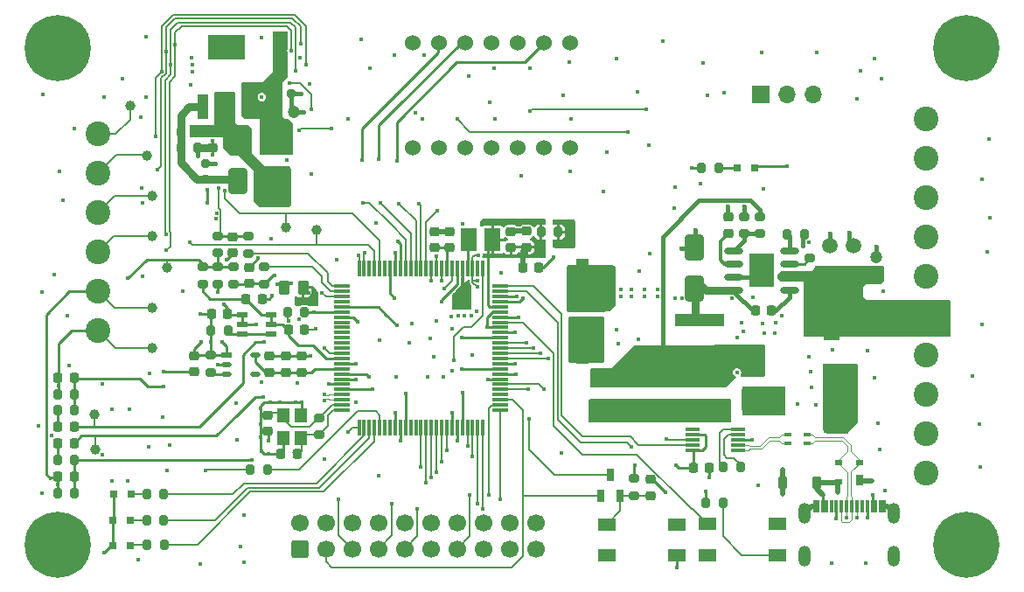
<source format=gbr>
%TF.GenerationSoftware,KiCad,Pcbnew,7.0.9*%
%TF.CreationDate,2025-05-07T10:44:46+08:00*%
%TF.ProjectId,HPM5300RDCRevB,48504d35-3330-4305-9244-43526576422e,REVC*%
%TF.SameCoordinates,Original*%
%TF.FileFunction,Copper,L1,Top*%
%TF.FilePolarity,Positive*%
%FSLAX46Y46*%
G04 Gerber Fmt 4.6, Leading zero omitted, Abs format (unit mm)*
G04 Created by KiCad (PCBNEW 7.0.9) date 2025-05-07 10:44:46*
%MOMM*%
%LPD*%
G01*
G04 APERTURE LIST*
G04 Aperture macros list*
%AMRoundRect*
0 Rectangle with rounded corners*
0 $1 Rounding radius*
0 $2 $3 $4 $5 $6 $7 $8 $9 X,Y pos of 4 corners*
0 Add a 4 corners polygon primitive as box body*
4,1,4,$2,$3,$4,$5,$6,$7,$8,$9,$2,$3,0*
0 Add four circle primitives for the rounded corners*
1,1,$1+$1,$2,$3*
1,1,$1+$1,$4,$5*
1,1,$1+$1,$6,$7*
1,1,$1+$1,$8,$9*
0 Add four rect primitives between the rounded corners*
20,1,$1+$1,$2,$3,$4,$5,0*
20,1,$1+$1,$4,$5,$6,$7,0*
20,1,$1+$1,$6,$7,$8,$9,0*
20,1,$1+$1,$8,$9,$2,$3,0*%
G04 Aperture macros list end*
%TA.AperFunction,SMDPad,CuDef*%
%ADD10RoundRect,0.200000X0.200000X0.275000X-0.200000X0.275000X-0.200000X-0.275000X0.200000X-0.275000X0*%
%TD*%
%TA.AperFunction,SMDPad,CuDef*%
%ADD11RoundRect,0.225000X0.225000X0.250000X-0.225000X0.250000X-0.225000X-0.250000X0.225000X-0.250000X0*%
%TD*%
%TA.AperFunction,SMDPad,CuDef*%
%ADD12R,0.750000X0.400000*%
%TD*%
%TA.AperFunction,SMDPad,CuDef*%
%ADD13C,1.200000*%
%TD*%
%TA.AperFunction,SMDPad,CuDef*%
%ADD14C,1.000000*%
%TD*%
%TA.AperFunction,SMDPad,CuDef*%
%ADD15R,1.400000X0.300000*%
%TD*%
%TA.AperFunction,SMDPad,CuDef*%
%ADD16RoundRect,0.225000X0.250000X-0.225000X0.250000X0.225000X-0.250000X0.225000X-0.250000X-0.225000X0*%
%TD*%
%TA.AperFunction,ComponentPad*%
%ADD17O,1.200000X2.000000*%
%TD*%
%TA.AperFunction,SMDPad,CuDef*%
%ADD18R,0.300000X1.300000*%
%TD*%
%TA.AperFunction,SMDPad,CuDef*%
%ADD19R,0.980000X2.340000*%
%TD*%
%TA.AperFunction,SMDPad,CuDef*%
%ADD20R,3.600000X2.340000*%
%TD*%
%TA.AperFunction,SMDPad,CuDef*%
%ADD21RoundRect,0.200000X-0.275000X0.200000X-0.275000X-0.200000X0.275000X-0.200000X0.275000X0.200000X0*%
%TD*%
%TA.AperFunction,SMDPad,CuDef*%
%ADD22RoundRect,0.225000X-0.250000X0.225000X-0.250000X-0.225000X0.250000X-0.225000X0.250000X0.225000X0*%
%TD*%
%TA.AperFunction,SMDPad,CuDef*%
%ADD23RoundRect,0.200000X0.275000X-0.200000X0.275000X0.200000X-0.275000X0.200000X-0.275000X-0.200000X0*%
%TD*%
%TA.AperFunction,SMDPad,CuDef*%
%ADD24C,1.500000*%
%TD*%
%TA.AperFunction,SMDPad,CuDef*%
%ADD25R,1.016000X0.508000*%
%TD*%
%TA.AperFunction,SMDPad,CuDef*%
%ADD26O,1.016000X0.508000*%
%TD*%
%TA.AperFunction,SMDPad,CuDef*%
%ADD27RoundRect,0.250000X-0.650000X1.000000X-0.650000X-1.000000X0.650000X-1.000000X0.650000X1.000000X0*%
%TD*%
%TA.AperFunction,SMDPad,CuDef*%
%ADD28R,1.699300X1.198900*%
%TD*%
%TA.AperFunction,ComponentPad*%
%ADD29C,2.400000*%
%TD*%
%TA.AperFunction,SMDPad,CuDef*%
%ADD30R,0.800100X0.800100*%
%TD*%
%TA.AperFunction,SMDPad,CuDef*%
%ADD31R,1.635000X2.160000*%
%TD*%
%TA.AperFunction,SMDPad,CuDef*%
%ADD32RoundRect,0.225000X-0.225000X-0.250000X0.225000X-0.250000X0.225000X0.250000X-0.225000X0.250000X0*%
%TD*%
%TA.AperFunction,ComponentPad*%
%ADD33R,1.700000X1.700000*%
%TD*%
%TA.AperFunction,ComponentPad*%
%ADD34O,1.700000X1.700000*%
%TD*%
%TA.AperFunction,SMDPad,CuDef*%
%ADD35C,0.950000*%
%TD*%
%TA.AperFunction,SMDPad,CuDef*%
%ADD36R,1.200000X1.400000*%
%TD*%
%TA.AperFunction,SMDPad,CuDef*%
%ADD37R,1.650000X4.500000*%
%TD*%
%TA.AperFunction,SMDPad,CuDef*%
%ADD38RoundRect,0.200000X-0.200000X-0.275000X0.200000X-0.275000X0.200000X0.275000X-0.200000X0.275000X0*%
%TD*%
%TA.AperFunction,SMDPad,CuDef*%
%ADD39RoundRect,0.250000X0.650000X-1.000000X0.650000X1.000000X-0.650000X1.000000X-0.650000X-1.000000X0*%
%TD*%
%TA.AperFunction,SMDPad,CuDef*%
%ADD40R,4.700000X1.250000*%
%TD*%
%TA.AperFunction,ComponentPad*%
%ADD41C,6.400000*%
%TD*%
%TA.AperFunction,ComponentPad*%
%ADD42C,1.524000*%
%TD*%
%TA.AperFunction,SMDPad,CuDef*%
%ADD43RoundRect,0.225000X-0.225000X-0.375000X0.225000X-0.375000X0.225000X0.375000X-0.225000X0.375000X0*%
%TD*%
%TA.AperFunction,SMDPad,CuDef*%
%ADD44R,0.700000X1.250000*%
%TD*%
%TA.AperFunction,SMDPad,CuDef*%
%ADD45RoundRect,0.250000X0.262500X0.450000X-0.262500X0.450000X-0.262500X-0.450000X0.262500X-0.450000X0*%
%TD*%
%TA.AperFunction,SMDPad,CuDef*%
%ADD46O,1.865000X0.630000*%
%TD*%
%TA.AperFunction,SMDPad,CuDef*%
%ADD47R,2.400000X3.300000*%
%TD*%
%TA.AperFunction,ComponentPad*%
%ADD48RoundRect,0.250000X0.600000X-0.600000X0.600000X0.600000X-0.600000X0.600000X-0.600000X-0.600000X0*%
%TD*%
%TA.AperFunction,ComponentPad*%
%ADD49C,1.700000*%
%TD*%
%TA.AperFunction,SMDPad,CuDef*%
%ADD50O,2.700000X1.150000*%
%TD*%
%TA.AperFunction,SMDPad,CuDef*%
%ADD51R,0.700000X1.000000*%
%TD*%
%TA.AperFunction,SMDPad,CuDef*%
%ADD52R,0.700000X0.600000*%
%TD*%
%TA.AperFunction,SMDPad,CuDef*%
%ADD53RoundRect,0.075000X0.725000X0.075000X-0.725000X0.075000X-0.725000X-0.075000X0.725000X-0.075000X0*%
%TD*%
%TA.AperFunction,SMDPad,CuDef*%
%ADD54RoundRect,0.075000X0.075000X0.725000X-0.075000X0.725000X-0.075000X-0.725000X0.075000X-0.725000X0*%
%TD*%
%TA.AperFunction,SMDPad,CuDef*%
%ADD55R,1.260000X3.610000*%
%TD*%
%TA.AperFunction,SMDPad,CuDef*%
%ADD56R,1.000000X0.550000*%
%TD*%
%TA.AperFunction,ViaPad*%
%ADD57C,0.406400*%
%TD*%
%TA.AperFunction,Conductor*%
%ADD58C,0.254000*%
%TD*%
%TA.AperFunction,Conductor*%
%ADD59C,0.152400*%
%TD*%
%TA.AperFunction,Conductor*%
%ADD60C,0.381000*%
%TD*%
%TA.AperFunction,Conductor*%
%ADD61C,0.508000*%
%TD*%
%TA.AperFunction,Conductor*%
%ADD62C,0.203200*%
%TD*%
%TA.AperFunction,Conductor*%
%ADD63C,0.762000*%
%TD*%
%TA.AperFunction,Conductor*%
%ADD64C,0.300000*%
%TD*%
%TA.AperFunction,Conductor*%
%ADD65C,0.101600*%
%TD*%
G04 APERTURE END LIST*
D10*
%TO.P,R51,1*%
%TO.N,Net-(U5B-INB-)*%
X112820200Y-122060000D03*
%TO.P,R51,2*%
%TO.N,Net-(C9-Pad2)*%
X111170200Y-122060000D03*
%TD*%
D11*
%TO.P,C42,1*%
%TO.N,Net-(U1B-XTALO)*%
X134375000Y-121500000D03*
%TO.P,C42,2*%
%TO.N,GND*%
X132825000Y-121500000D03*
%TD*%
D12*
%TO.P,L9,1*%
%TO.N,/HPM5300RDC MAINENTRY/06-DEBUGGER/DP1*%
X183720200Y-120430000D03*
%TO.P,L9,2*%
%TO.N,/HPM5300RDC MAINENTRY/06-DEBUGGER/UD+*%
X181870200Y-120430000D03*
%TO.P,L9,3*%
%TO.N,/HPM5300RDC MAINENTRY/06-DEBUGGER/UD-*%
X181870200Y-119630000D03*
%TO.P,L9,4*%
%TO.N,/HPM5300RDC MAINENTRY/06-DEBUGGER/DN1*%
X183720200Y-119630000D03*
%TD*%
D13*
%TO.P,C24,1*%
%TO.N,VCC*%
X190450000Y-104300000D03*
%TO.P,C24,2*%
%TO.N,GND*%
X190450000Y-102400000D03*
%TD*%
D14*
%TO.P,T5,1,1*%
%TO.N,/HPM5300RDC MAINENTRY/VREF1{slash}2*%
X121760000Y-103450000D03*
%TD*%
D15*
%TO.P,U9,1,UD+*%
%TO.N,/HPM5300RDC MAINENTRY/06-DEBUGGER/UD+*%
X177041990Y-121080000D03*
%TO.P,U9,2,UD-*%
%TO.N,/HPM5300RDC MAINENTRY/06-DEBUGGER/UD-*%
X177041990Y-120580000D03*
%TO.P,U9,3,GND*%
%TO.N,GND*%
X177041990Y-120080000D03*
%TO.P,U9,4,~{RTS}*%
%TO.N,Net-(U9-~{RTS})*%
X177041990Y-119580000D03*
%TO.P,U9,5,~{CTS}*%
%TO.N,Net-(U9-~{CTS})*%
X177041990Y-119080000D03*
%TO.P,U9,6,TNOW*%
%TO.N,unconnected-(U9-TNOW-Pad6)*%
X172641990Y-119080000D03*
%TO.P,U9,7,VCC*%
%TO.N,+3.3V*%
X172641990Y-119580000D03*
%TO.P,U9,8,TXD*%
%TO.N,/HPM5300RDC MAINENTRY/03-HPM5300_IO/PA01*%
X172641990Y-120080000D03*
%TO.P,U9,9,RXD*%
%TO.N,/HPM5300RDC MAINENTRY/03-HPM5300_IO/PA00*%
X172641990Y-120580000D03*
%TO.P,U9,10,V3*%
%TO.N,+3.3V*%
X172641990Y-121080000D03*
%TD*%
D16*
%TO.P,C17,1*%
%TO.N,+3.3VA*%
X131715200Y-113560000D03*
%TO.P,C17,2*%
%TO.N,GNDA*%
X131715200Y-112010000D03*
%TD*%
D11*
%TO.P,C11,1*%
%TO.N,Net-(U5B-INB-)*%
X112770200Y-123660000D03*
%TO.P,C11,2*%
%TO.N,/HPM5300RDC MAINENTRY/04-RDC_EXCT/EXC+*%
X111220200Y-123660000D03*
%TD*%
D17*
%TO.P,J1,1,EP*%
%TO.N,GND*%
X183524900Y-127224050D03*
%TO.P,J1,2,EP*%
X192165100Y-127224150D03*
%TO.P,J1,3,EP*%
X183525000Y-131404050D03*
%TO.P,J1,4,EP*%
X192165200Y-131404150D03*
D18*
%TO.P,J1,A1,GND*%
X184495200Y-126573950D03*
%TO.P,J1,A4,VBUS*%
%TO.N,+5VD*%
X185295300Y-126573950D03*
%TO.P,J1,A5,CC1*%
%TO.N,Net-(J1-CC1)*%
X186595300Y-126573950D03*
%TO.P,J1,A6,DP1*%
%TO.N,/HPM5300RDC MAINENTRY/06-DEBUGGER/DP1*%
X187595300Y-126573950D03*
%TO.P,J1,A7,DN1*%
%TO.N,/HPM5300RDC MAINENTRY/06-DEBUGGER/DN1*%
X188095100Y-126573950D03*
%TO.P,J1,A8,SUB1*%
%TO.N,unconnected-(J1-SUB1-PadA8)*%
X189094900Y-126573950D03*
%TO.P,J1,A9,VBUS*%
%TO.N,+5VD*%
X190395400Y-126574150D03*
%TO.P,J1,A12,GND*%
%TO.N,GND*%
X191195200Y-126573950D03*
%TO.P,J1,B1,GND*%
X190895200Y-126573950D03*
%TO.P,J1,B4,VBUS*%
%TO.N,+5VD*%
X190095100Y-126574150D03*
%TO.P,J1,B5,CC2*%
%TO.N,Net-(J1-CC2)*%
X189595300Y-126573950D03*
%TO.P,J1,B6,DP2*%
%TO.N,/HPM5300RDC MAINENTRY/06-DEBUGGER/DP1*%
X188595300Y-126573950D03*
%TO.P,J1,B7,DN2*%
%TO.N,/HPM5300RDC MAINENTRY/06-DEBUGGER/DN1*%
X187095100Y-126573950D03*
%TO.P,J1,B8,SUB2*%
%TO.N,unconnected-(J1-SUB2-PadB8)*%
X186095100Y-126573950D03*
%TO.P,J1,B9,VBUS*%
%TO.N,+5VD*%
X185595300Y-126573950D03*
%TO.P,J1,B12,GND*%
%TO.N,GND*%
X184795200Y-126573950D03*
%TD*%
D14*
%TO.P,TP4,1,1*%
%TO.N,Net-(D10-A)*%
X168750000Y-112050000D03*
%TD*%
D16*
%TO.P,C28,1*%
%TO.N,Net-(U3-SS)*%
X176100000Y-100100000D03*
%TO.P,C28,2*%
%TO.N,GND*%
X176100000Y-98550000D03*
%TD*%
D10*
%TO.P,R16,1*%
%TO.N,/HPM5300RDC MAINENTRY/03-HPM5300_IO/PA28*%
X131515000Y-123010000D03*
%TO.P,R16,2*%
%TO.N,Net-(C7-Pad1)*%
X129865000Y-123010000D03*
%TD*%
D16*
%TO.P,C76,1*%
%TO.N,/HPM5300RDC MAINENTRY/03-HPM5300_IO/DAC0*%
X129710200Y-104975000D03*
%TO.P,C76,2*%
%TO.N,GNDA*%
X129710200Y-103425000D03*
%TD*%
D19*
%TO.P,U17,1,ADJ*%
%TO.N,Net-(D12-A)*%
X125225000Y-87870000D03*
%TO.P,U17,2,OUT*%
%TO.N,/HPM5300RDC MAINENTRY/04-RDC_EXCT/VOPA*%
X127525000Y-87870000D03*
%TO.P,U17,3,IN*%
%TO.N,VCC*%
X129825000Y-87870000D03*
D20*
%TO.P,U17,4*%
%TO.N,N/C*%
X127525000Y-82130000D03*
%TD*%
D16*
%TO.P,C58,1*%
%TO.N,Net-(U1C-VDD_PMCCAP)*%
X149175200Y-101475000D03*
%TO.P,C58,2*%
%TO.N,GND*%
X149175200Y-99925000D03*
%TD*%
D10*
%TO.P,R11,1*%
%TO.N,GNDA*%
X124750000Y-91825000D03*
%TO.P,R11,2*%
%TO.N,Net-(D12-A)*%
X123100000Y-91825000D03*
%TD*%
D21*
%TO.P,R120,1*%
%TO.N,/HPM5300RDC MAINENTRY/VREF1{slash}2*%
X128235200Y-103375000D03*
%TO.P,R120,2*%
%TO.N,/HPM5300RDC MAINENTRY/03-HPM5300_IO/DAC0*%
X128235200Y-105025000D03*
%TD*%
D22*
%TO.P,C64,1*%
%TO.N,/HPM5300RDC MAINENTRY/04-RDC_EXCT/VOPA*%
X126225000Y-90275000D03*
%TO.P,C64,2*%
%TO.N,GNDA*%
X126225000Y-91825000D03*
%TD*%
D23*
%TO.P,R6,1*%
%TO.N,Net-(U3-FB)*%
X179150000Y-100150000D03*
%TO.P,R6,2*%
%TO.N,Net-(D10-A)*%
X179150000Y-98500000D03*
%TD*%
D22*
%TO.P,C16,1*%
%TO.N,Net-(U4-IN)*%
X124445200Y-111980000D03*
%TO.P,C16,2*%
%TO.N,GNDA*%
X124445200Y-113530000D03*
%TD*%
%TO.P,C77,1*%
%TO.N,/HPM5300RDC MAINENTRY/03-HPM5300_IO/DAC1*%
X128160200Y-100425000D03*
%TO.P,C77,2*%
%TO.N,GNDA*%
X128160200Y-101975000D03*
%TD*%
D23*
%TO.P,R114,1*%
%TO.N,/HPM5300RDC MAINENTRY/03-HPM5300_IO/DAC0*%
X131200000Y-105025000D03*
%TO.P,R114,2*%
%TO.N,/HPM5300RDC MAINENTRY/03-HPM5300_IO/PB08*%
X131200000Y-103375000D03*
%TD*%
D21*
%TO.P,R4,1*%
%TO.N,Net-(U3-EN)*%
X184050000Y-102525000D03*
%TO.P,R4,2*%
%TO.N,VCC*%
X184050000Y-104175000D03*
%TD*%
D24*
%TO.P,C27,1*%
%TO.N,VCC*%
X185950000Y-104225000D03*
%TO.P,C27,2*%
%TO.N,GND*%
X185950000Y-101275000D03*
%TD*%
D23*
%TO.P,R111,1*%
%TO.N,VREF_3.3V*%
X125235200Y-105025000D03*
%TO.P,R111,2*%
%TO.N,/HPM5300RDC MAINENTRY/VREF1{slash}2*%
X125235200Y-103375000D03*
%TD*%
D25*
%TO.P,U4,1,IN*%
%TO.N,Net-(U4-IN)*%
X127538200Y-111865002D03*
D26*
%TO.P,U4,2,GND*%
%TO.N,GNDA*%
X127538200Y-112815012D03*
%TO.P,U4,3,EN*%
%TO.N,Net-(U4-EN)*%
X127538200Y-113764998D03*
%TO.P,U4,4,NC*%
%TO.N,unconnected-(U4-NC-Pad4)*%
X130332200Y-113764998D03*
%TO.P,U4,5,OUT*%
%TO.N,+3.3VA*%
X130332200Y-111865002D03*
%TD*%
D24*
%TO.P,C25,1*%
%TO.N,VCC*%
X188275000Y-104225000D03*
%TO.P,C25,2*%
%TO.N,GND*%
X188275000Y-101275000D03*
%TD*%
D27*
%TO.P,D12,1,K*%
%TO.N,/HPM5300RDC MAINENTRY/04-RDC_EXCT/VOPA*%
X128650000Y-91050000D03*
%TO.P,D12,2,A*%
%TO.N,Net-(D12-A)*%
X128650000Y-95050000D03*
%TD*%
D21*
%TO.P,R115,1*%
%TO.N,/HPM5300RDC MAINENTRY/03-HPM5300_IO/DAC1*%
X129670200Y-100395000D03*
%TO.P,R115,2*%
%TO.N,/HPM5300RDC MAINENTRY/03-HPM5300_IO/PB09*%
X129670200Y-102045000D03*
%TD*%
D10*
%TO.P,R13,1*%
%TO.N,GND*%
X135115000Y-107760000D03*
%TO.P,R13,2*%
%TO.N,GNDA*%
X133465000Y-107760000D03*
%TD*%
D28*
%TO.P,SW2,1,1*%
%TO.N,unconnected-(SW2-Pad1)*%
X174068900Y-131251100D03*
%TO.P,SW2,2,2*%
%TO.N,Net-(R9-Pad1)*%
X180871100Y-131251100D03*
%TO.P,SW2,3,3*%
%TO.N,unconnected-(SW2-Pad3)*%
X180871100Y-128248900D03*
%TO.P,SW2,4,4*%
%TO.N,/HPM5300RDC MAINENTRY/03-HPM5300_IO/BOOT1*%
X174068900Y-128248900D03*
%TD*%
D29*
%TO.P,J3,1,Pin_1*%
%TO.N,Net-(J3-Pin_1)*%
X195265200Y-123355000D03*
%TO.P,J3,2,Pin_2*%
%TO.N,Net-(J3-Pin_2)*%
X195265200Y-119545000D03*
%TO.P,J3,3,Pin_3*%
%TO.N,Net-(J3-Pin_3)*%
X195265200Y-115735000D03*
%TO.P,J3,4,Pin_4*%
%TO.N,GND*%
X195265200Y-111925000D03*
%TO.P,J3,5,Pin_5*%
%TO.N,VCC*%
X195265200Y-108115000D03*
%TO.P,J3,6,Pin_6*%
%TO.N,Net-(J3-Pin_6)*%
X195265200Y-104305000D03*
%TO.P,J3,7,Pin_7*%
%TO.N,/HPM5300RDC MAINENTRY/07-MISC/SEI_DATA_N*%
X195265200Y-100495000D03*
%TO.P,J3,8,Pin_8*%
%TO.N,/HPM5300RDC MAINENTRY/07-MISC/SEI_DATA_P*%
X195265200Y-96685000D03*
%TO.P,J3,9,Pin_9*%
%TO.N,/HPM5300RDC MAINENTRY/07-MISC/SEI_CLK_OUT_N*%
X195265200Y-92875000D03*
%TO.P,J3,10,Pin_10*%
%TO.N,/HPM5300RDC MAINENTRY/07-MISC/SEI_CLK_OUT_P*%
X195265200Y-89065000D03*
%TD*%
D10*
%TO.P,R32,1,1*%
%TO.N,Net-(U9-~{RTS})*%
X177290200Y-122760000D03*
%TO.P,R32,2,2*%
%TO.N,Net-(U9-~{CTS})*%
X175640200Y-122760000D03*
%TD*%
D23*
%TO.P,R2,1*%
%TO.N,Net-(U4-EN)*%
X126035200Y-113580000D03*
%TO.P,R2,2*%
%TO.N,Net-(U4-IN)*%
X126035200Y-111930000D03*
%TD*%
D30*
%TO.P,LED4,1,K*%
%TO.N,Net-(LED4-K)*%
X118250900Y-127900000D03*
%TO.P,LED4,2,A*%
%TO.N,+3.3V*%
X116549100Y-127900000D03*
%TD*%
D31*
%TO.P,L4,1,1*%
%TO.N,DCDC_SNS*%
X153318000Y-100725000D03*
%TO.P,L4,2,2*%
%TO.N,DCDC_LP*%
X150982000Y-100725000D03*
%TD*%
D16*
%TO.P,C5,1*%
%TO.N,Net-(C5-Pad1)*%
X168630000Y-125505000D03*
%TO.P,C5,2*%
%TO.N,GND*%
X168630000Y-123955000D03*
%TD*%
%TO.P,C56,1*%
%TO.N,Net-(U1C-VDD_PMCCAP)*%
X147695200Y-101475000D03*
%TO.P,C56,2*%
%TO.N,GND*%
X147695200Y-99925000D03*
%TD*%
D32*
%TO.P,C34,1*%
%TO.N,DCDC_SNS*%
X156215000Y-103420000D03*
%TO.P,C34,2*%
%TO.N,GND*%
X157765000Y-103420000D03*
%TD*%
D14*
%TO.P,T4,1,1*%
%TO.N,/HPM5300RDC MAINENTRY/04-RDC_EXCT/EXC-*%
X120360000Y-111210000D03*
%TD*%
D33*
%TO.P,J5,1,Pin_1*%
%TO.N,+3.3V*%
X179245000Y-86700000D03*
D34*
%TO.P,J5,2,Pin_2*%
%TO.N,+5V*%
X181785000Y-86700000D03*
%TO.P,J5,3,Pin_3*%
%TO.N,GND*%
X184325000Y-86700000D03*
%TD*%
D35*
%TO.P,C2,1*%
%TO.N,VCC*%
X132275000Y-86550000D03*
%TO.P,C2,2*%
%TO.N,GNDA*%
X133825000Y-86550000D03*
%TD*%
D14*
%TO.P,T6,1,1*%
%TO.N,/HPM5300RDC MAINENTRY/05-RDC_SINCOS/COS-*%
X119800000Y-92550000D03*
%TD*%
D23*
%TO.P,R113,1*%
%TO.N,/HPM5300RDC MAINENTRY/VREF1{slash}2*%
X126730200Y-102025000D03*
%TO.P,R113,2*%
%TO.N,/HPM5300RDC MAINENTRY/03-HPM5300_IO/DAC1*%
X126730200Y-100375000D03*
%TD*%
D36*
%TO.P,X1,1,X1*%
%TO.N,Net-(U1B-XTALO)*%
X134760000Y-119920000D03*
%TO.P,X1,2,GND*%
%TO.N,GND*%
X134760000Y-117720000D03*
%TO.P,X1,3,X2*%
%TO.N,Net-(U1B-XTALI)*%
X133060000Y-117720000D03*
%TO.P,X1,4,GND*%
%TO.N,GND*%
X133060000Y-119920000D03*
%TD*%
D16*
%TO.P,C37,1*%
%TO.N,DCDC_SNS*%
X155100000Y-101465000D03*
%TO.P,C37,2*%
%TO.N,GND*%
X155100000Y-99915000D03*
%TD*%
D14*
%TO.P,T9,1,1*%
%TO.N,/HPM5300RDC MAINENTRY/05-RDC_SINCOS/SIN+*%
X120360000Y-96510000D03*
%TD*%
D13*
%TO.P,C71,1*%
%TO.N,VCC*%
X132200000Y-88325000D03*
%TO.P,C71,2*%
%TO.N,GNDA*%
X134100000Y-88325000D03*
%TD*%
D37*
%TO.P,C23,1,1*%
%TO.N,VCC*%
X186150000Y-108225000D03*
%TO.P,C23,2,2*%
%TO.N,GND*%
X186150000Y-117225000D03*
%TD*%
D38*
%TO.P,R38,1*%
%TO.N,Net-(LED5-K)*%
X119845000Y-130290000D03*
%TO.P,R38,2*%
%TO.N,/HPM5300RDC MAINENTRY/03-HPM5300_IO/PA29*%
X121495000Y-130290000D03*
%TD*%
%TO.P,R1,1*%
%TO.N,Net-(U4-IN)*%
X126060200Y-109560000D03*
%TO.P,R1,2*%
%TO.N,Net-(U2-ENABLE)*%
X127710200Y-109560000D03*
%TD*%
D39*
%TO.P,D10,1,K*%
%TO.N,+5V*%
X178325000Y-116175000D03*
%TO.P,D10,2,A*%
%TO.N,Net-(D10-A)*%
X178325000Y-112175000D03*
%TD*%
D32*
%TO.P,C29,1*%
%TO.N,Net-(D9-K)*%
X178750000Y-107600000D03*
%TO.P,C29,2*%
%TO.N,Net-(U3-BOOT)*%
X180300000Y-107600000D03*
%TD*%
D27*
%TO.P,D11,1,K*%
%TO.N,VCC*%
X132325000Y-91025000D03*
%TO.P,D11,2,A*%
%TO.N,/HPM5300RDC MAINENTRY/04-RDC_EXCT/VOPA*%
X132325000Y-95025000D03*
%TD*%
D40*
%TO.P,L2,1,1*%
%TO.N,Net-(D9-K)*%
X173325000Y-108525000D03*
%TO.P,L2,2,2*%
%TO.N,Net-(D10-A)*%
X173325000Y-111775000D03*
%TD*%
D14*
%TO.P,T3,1,1*%
%TO.N,/HPM5300RDC MAINENTRY/04-RDC_EXCT/EXC+*%
X120360000Y-107300000D03*
%TD*%
D23*
%TO.P,R19,1*%
%TO.N,Net-(C5-Pad1)*%
X167030000Y-125515000D03*
%TO.P,R19,2*%
%TO.N,+3.3V*%
X167030000Y-123865000D03*
%TD*%
D11*
%TO.P,C12,1*%
%TO.N,Net-(U5C-INC-)*%
X112770200Y-114060000D03*
%TO.P,C12,2*%
%TO.N,/HPM5300RDC MAINENTRY/04-RDC_EXCT/EXC-*%
X111220200Y-114060000D03*
%TD*%
D41*
%TO.P,FID2,1,1*%
%TO.N,GND*%
X199175200Y-82153000D03*
%TD*%
D42*
%TO.P,LED6,1,E*%
%TO.N,Net-(LED6-E)*%
X145575200Y-91820000D03*
%TO.P,LED6,2,D*%
%TO.N,Net-(LED6-D)*%
X148115200Y-91820000D03*
%TO.P,LED6,3,DP*%
%TO.N,Net-(LED6-DP)*%
X150655200Y-91820000D03*
%TO.P,LED6,4,C*%
%TO.N,Net-(LED6-C)*%
X153195200Y-91820000D03*
%TO.P,LED6,5,G*%
%TO.N,Net-(LED6-G)*%
X155735200Y-91820000D03*
%TO.P,LED6,6,DIG4*%
%TO.N,/HPM5300RDC MAINENTRY/07-MISC/DIG4_PWR*%
X158275200Y-91820000D03*
%TO.P,LED6,7,NC*%
%TO.N,unconnected-(LED6-NC-Pad7)*%
X160815200Y-91820000D03*
%TO.P,LED6,8,DIG5*%
%TO.N,/HPM5300RDC MAINENTRY/07-MISC/DIG5_PWR*%
X160815200Y-81660000D03*
%TO.P,LED6,9,B*%
%TO.N,Net-(LED6-B)*%
X158275200Y-81660000D03*
%TO.P,LED6,10,DIG3*%
%TO.N,/HPM5300RDC MAINENTRY/07-MISC/DIG3_PWR*%
X155735200Y-81660000D03*
%TO.P,LED6,11,DIG2*%
%TO.N,/HPM5300RDC MAINENTRY/07-MISC/DIG2_PWR*%
X153195200Y-81660000D03*
%TO.P,LED6,12,F*%
%TO.N,Net-(LED6-F)*%
X150655200Y-81660000D03*
%TO.P,LED6,13,A*%
%TO.N,Net-(LED6-A)*%
X148115200Y-81660000D03*
%TO.P,LED6,14,DIG1*%
%TO.N,/HPM5300RDC MAINENTRY/07-MISC/DIG1_PWR*%
X145575200Y-81660000D03*
%TD*%
D14*
%TO.P,T2,1,1*%
%TO.N,/HPM5300RDC MAINENTRY/04-RDC_EXCT/EXC_P*%
X114840000Y-121030000D03*
%TD*%
D30*
%TO.P,LED1,1,K*%
%TO.N,Net-(LED1-K)*%
X176949100Y-93800000D03*
%TO.P,LED1,2,A*%
%TO.N,+5V*%
X178650900Y-93800000D03*
%TD*%
D10*
%TO.P,R9,1*%
%TO.N,Net-(R9-Pad1)*%
X175625000Y-126170000D03*
%TO.P,R9,2*%
%TO.N,+3.3V*%
X173975000Y-126170000D03*
%TD*%
D14*
%TO.P,T10,1,1*%
%TO.N,/HPM5300RDC MAINENTRY/03-HPM5300_IO/PB14*%
X133275000Y-99500000D03*
%TD*%
D32*
%TO.P,C26,1*%
%TO.N,VREF_3.3V*%
X133515000Y-109400000D03*
%TO.P,C26,2*%
%TO.N,GNDA*%
X135065000Y-109400000D03*
%TD*%
D43*
%TO.P,D2,1,K*%
%TO.N,+5V*%
X181377700Y-124220000D03*
%TO.P,D2,2,A*%
%TO.N,+5VD*%
X184677700Y-124220000D03*
%TD*%
D29*
%TO.P,J4,1,Pin_1*%
%TO.N,/HPM5300RDC MAINENTRY/05-RDC_SINCOS/COS+*%
X115095200Y-90475000D03*
%TO.P,J4,2,Pin_2*%
%TO.N,/HPM5300RDC MAINENTRY/05-RDC_SINCOS/COS-*%
X115095200Y-94285000D03*
%TO.P,J4,3,Pin_3*%
%TO.N,/HPM5300RDC MAINENTRY/05-RDC_SINCOS/SIN+*%
X115095200Y-98095000D03*
%TO.P,J4,4,Pin_4*%
%TO.N,/HPM5300RDC MAINENTRY/05-RDC_SINCOS/SIN-*%
X115095200Y-101905000D03*
%TO.P,J4,5,Pin_5*%
%TO.N,/HPM5300RDC MAINENTRY/04-RDC_EXCT/EXC+*%
X115095200Y-105715000D03*
%TO.P,J4,6,Pin_6*%
%TO.N,/HPM5300RDC MAINENTRY/04-RDC_EXCT/EXC-*%
X115095200Y-109525000D03*
%TD*%
D32*
%TO.P,C4,1*%
%TO.N,Net-(U4-IN)*%
X126110200Y-107920000D03*
%TO.P,C4,2*%
%TO.N,GNDA*%
X127660200Y-107920000D03*
%TD*%
D22*
%TO.P,C41,1*%
%TO.N,Net-(U1B-XTALI)*%
X131520000Y-117695000D03*
%TO.P,C41,2*%
%TO.N,GND*%
X131520000Y-119245000D03*
%TD*%
D44*
%TO.P,D3,1,A*%
%TO.N,/HPM5300RDC MAINENTRY/03-HPM5300_IO/JTAG_TRST*%
X163753800Y-125522450D03*
%TO.P,D3,2,A*%
%TO.N,Net-(C5-Pad1)*%
X165653800Y-125522450D03*
%TO.P,D3,3,K*%
%TO.N,/HPM5300RDC MAINENTRY/RESETN*%
X164703800Y-123522450D03*
%TD*%
D30*
%TO.P,LED5,1,K*%
%TO.N,Net-(LED5-K)*%
X118270000Y-130330000D03*
%TO.P,LED5,2,A*%
%TO.N,+3.3V*%
X116568200Y-130330000D03*
%TD*%
D45*
%TO.P,L6,1,1*%
%TO.N,+5V*%
X134952500Y-105370000D03*
%TO.P,L6,2,2*%
%TO.N,Net-(U4-IN)*%
X133127500Y-105370000D03*
%TD*%
D38*
%TO.P,R14,1*%
%TO.N,GND*%
X173550000Y-93750000D03*
%TO.P,R14,2*%
%TO.N,Net-(LED1-K)*%
X175200000Y-93750000D03*
%TD*%
%TO.P,R34,1*%
%TO.N,Net-(LED3-K)*%
X119825000Y-125390000D03*
%TO.P,R34,2*%
%TO.N,/HPM5300RDC MAINENTRY/03-HPM5300_IO/PA31*%
X121475000Y-125390000D03*
%TD*%
%TO.P,R57,1*%
%TO.N,/HPM5300RDC MAINENTRY/04-RDC_EXCT/EXC+*%
X111170200Y-125260000D03*
%TO.P,R57,2*%
%TO.N,Net-(U5B-INB-)*%
X112820200Y-125260000D03*
%TD*%
D14*
%TO.P,T11,1,1*%
%TO.N,/HPM5300RDC MAINENTRY/03-HPM5300_IO/PB13*%
X136300000Y-99800000D03*
%TD*%
D46*
%TO.P,U3,1,BOOT*%
%TO.N,Net-(U3-BOOT)*%
X182032000Y-105585000D03*
%TO.P,U3,2,VIN*%
%TO.N,VCC*%
X182032000Y-104315000D03*
%TO.P,U3,3,EN*%
%TO.N,Net-(U3-EN)*%
X182032000Y-103045000D03*
%TO.P,U3,4,RT/SYNC*%
%TO.N,Net-(U3-RT{slash}SYNC)*%
X182032000Y-101775000D03*
%TO.P,U3,5,FB*%
%TO.N,Net-(U3-FB)*%
X176668000Y-101775000D03*
%TO.P,U3,6,SS*%
%TO.N,Net-(U3-SS)*%
X176668000Y-103045000D03*
%TO.P,U3,7,GND*%
%TO.N,GND*%
X176668000Y-104315000D03*
%TO.P,U3,8,SW*%
%TO.N,Net-(D9-K)*%
X176668000Y-105585000D03*
D47*
%TO.P,U3,9,EP*%
%TO.N,GND*%
X179350000Y-103680000D03*
%TD*%
D10*
%TO.P,R12,1*%
%TO.N,/HPM5300RDC MAINENTRY/04-RDC_EXCT/VOPA*%
X124750000Y-90300000D03*
%TO.P,R12,2*%
%TO.N,Net-(D12-A)*%
X123100000Y-90300000D03*
%TD*%
D48*
%TO.P,J2,1,VTREF*%
%TO.N,+3.3V*%
X134620000Y-130650000D03*
D49*
%TO.P,J2,2,VCC/NC*%
%TO.N,unconnected-(J2-VCC{slash}NC-Pad2)*%
X134620000Y-128110000D03*
%TO.P,J2,3,~{TRST}*%
%TO.N,/HPM5300RDC MAINENTRY/03-HPM5300_IO/JTAG_TRST*%
X137160000Y-130650000D03*
%TO.P,J2,4,GND*%
%TO.N,GND*%
X137160000Y-128110000D03*
%TO.P,J2,5,TDI*%
%TO.N,/HPM5300RDC MAINENTRY/03-HPM5300_IO/JTAG_TDI*%
X139700000Y-130650000D03*
%TO.P,J2,6,GND*%
%TO.N,GND*%
X139700000Y-128110000D03*
%TO.P,J2,7,TMS/SWDIO*%
%TO.N,/HPM5300RDC MAINENTRY/03-HPM5300_IO/JTAG_TMS*%
X142240000Y-130650000D03*
%TO.P,J2,8,GND*%
%TO.N,GND*%
X142240000Y-128110000D03*
%TO.P,J2,9,TCK/SWDCLK*%
%TO.N,/HPM5300RDC MAINENTRY/03-HPM5300_IO/JTAG_TCK*%
X144780000Y-130650000D03*
%TO.P,J2,10,GND*%
%TO.N,GND*%
X144780000Y-128110000D03*
%TO.P,J2,11,RTCK*%
%TO.N,unconnected-(J2-RTCK-Pad11)*%
X147320000Y-130650000D03*
%TO.P,J2,12,GND*%
%TO.N,GND*%
X147320000Y-128110000D03*
%TO.P,J2,13,TDO/SWO*%
%TO.N,/HPM5300RDC MAINENTRY/03-HPM5300_IO/JTAG_TDO*%
X149860000Y-130650000D03*
%TO.P,J2,14,GND*%
%TO.N,GND*%
X149860000Y-128110000D03*
%TO.P,J2,15,~{SRST}*%
%TO.N,unconnected-(J2-~{SRST}-Pad15)*%
X152400000Y-130650000D03*
%TO.P,J2,16,GND*%
%TO.N,GND*%
X152400000Y-128110000D03*
%TO.P,J2,17,DBGRQ/NC*%
%TO.N,unconnected-(J2-DBGRQ{slash}NC-Pad17)*%
X154940000Y-130650000D03*
%TO.P,J2,18,GND*%
%TO.N,GND*%
X154940000Y-128110000D03*
%TO.P,J2,19,DBGACK/NC*%
%TO.N,unconnected-(J2-DBGACK{slash}NC-Pad19)*%
X157480000Y-130650000D03*
%TO.P,J2,20,GND*%
%TO.N,GND*%
X157480000Y-128110000D03*
%TD*%
D10*
%TO.P,R5,1*%
%TO.N,GND*%
X183475000Y-100175000D03*
%TO.P,R5,2*%
%TO.N,Net-(U3-RT{slash}SYNC)*%
X181825000Y-100175000D03*
%TD*%
D50*
%TO.P,C35,1*%
%TO.N,Net-(D10-A)*%
X170825000Y-114075000D03*
%TO.P,C35,2*%
%TO.N,GND*%
X170825000Y-117025000D03*
%TD*%
D11*
%TO.P,C10,1*%
%TO.N,/HPM5300RDC MAINENTRY/04-RDC_EXCT/EXC_N*%
X112770200Y-118860000D03*
%TO.P,C10,2*%
%TO.N,Net-(C10-Pad2)*%
X111220200Y-118860000D03*
%TD*%
D14*
%TO.P,T8,1,1*%
%TO.N,/HPM5300RDC MAINENTRY/05-RDC_SINCOS/SIN-*%
X120360000Y-100340000D03*
%TD*%
D32*
%TO.P,C3,1*%
%TO.N,+3.3V*%
X172720200Y-122790000D03*
%TO.P,C3,2*%
%TO.N,GND*%
X174270200Y-122790000D03*
%TD*%
%TO.P,C31,1*%
%TO.N,VREF_3.3V*%
X129440000Y-106450000D03*
%TO.P,C31,2*%
%TO.N,GNDA*%
X130990000Y-106450000D03*
%TD*%
D14*
%TO.P,T7,1,1*%
%TO.N,/HPM5300RDC MAINENTRY/05-RDC_SINCOS/COS+*%
X118225000Y-87800000D03*
%TD*%
D41*
%TO.P,FID3,1,1*%
%TO.N,GND*%
X199175200Y-130270000D03*
%TD*%
D39*
%TO.P,D9,1,K*%
%TO.N,Net-(D9-K)*%
X172825000Y-105475000D03*
%TO.P,D9,2,A*%
%TO.N,GND*%
X172825000Y-101475000D03*
%TD*%
D10*
%TO.P,R52,1*%
%TO.N,Net-(U5C-INC-)*%
X112820200Y-117260000D03*
%TO.P,R52,2*%
%TO.N,Net-(C10-Pad2)*%
X111170200Y-117260000D03*
%TD*%
%TO.P,R21,1*%
%TO.N,VDD_SOC*%
X159650000Y-99975000D03*
%TO.P,R21,2*%
%TO.N,DCDC_SNS*%
X158000000Y-99975000D03*
%TD*%
D14*
%TO.P,T1,1,1*%
%TO.N,/HPM5300RDC MAINENTRY/04-RDC_EXCT/EXC_N*%
X114790000Y-117620000D03*
%TD*%
D21*
%TO.P,R112,1*%
%TO.N,/HPM5300RDC MAINENTRY/VREF1{slash}2*%
X126730200Y-103375000D03*
%TO.P,R112,2*%
%TO.N,GNDA*%
X126730200Y-105025000D03*
%TD*%
%TO.P,R10,1*%
%TO.N,GND*%
X177625000Y-98500000D03*
%TO.P,R10,2*%
%TO.N,Net-(U3-FB)*%
X177625000Y-100150000D03*
%TD*%
D51*
%TO.P,U8,1,GND*%
%TO.N,GND*%
X188835200Y-123980000D03*
D52*
%TO.P,U8,2,I/O1*%
%TO.N,/HPM5300RDC MAINENTRY/06-DEBUGGER/DN1*%
X188835200Y-122280000D03*
%TO.P,U8,3,I/O2*%
%TO.N,/HPM5300RDC MAINENTRY/06-DEBUGGER/DP1*%
X186835200Y-122280000D03*
%TO.P,U8,4,VCC*%
%TO.N,+5VD*%
X186835200Y-124180000D03*
%TD*%
D53*
%TO.P,U1,1,PA05/TMR1.COMP2/URT1.DE/URT1.RTS/SPI0.SCLK/CAN1.TXD/PWM0.P1/PWM1.P5/TRGM0.P05/RDC0.EXC_N/QEI1.B/QEO1.B/SEI1.CK/JTAG.TDI*%
%TO.N,/HPM5300RDC MAINENTRY/03-HPM5300_IO/JTAG_TDI*%
X154050200Y-117220000D03*
%TO.P,U1,2,PA04/URT1.CTS/SPI0.CS0/CAN1.RXD/PWM0.P0/PWM1.P4/TRGM0.P04/RDC0.EXC_P/QEI1.A/QEO1.A/SEI1.DE/JTAG.TDO*%
%TO.N,/HPM5300RDC MAINENTRY/03-HPM5300_IO/JTAG_TDO*%
X154050200Y-116720000D03*
%TO.P,U1,3,PA08/TMR0.COMP1/URT2.TXD/I2C2.SCL/SPI3.CS2/CAN2.TXD/PWM0.P4/PWM0.FAULT0/JTAG.TRST*%
%TO.N,/HPM5300RDC MAINENTRY/03-HPM5300_IO/JTAG_TRST*%
X154050200Y-116220000D03*
%TO.P,U1,4,PA09/TMR0.CAPT1/URT2.RXD/I2C2.SDA/SPI3.CS1/CAN2.RXD/PWM0.P5/PWM0.FAULT1*%
%TO.N,/HPM5300RDC MAINENTRY/03-HPM5300_IO/PA09*%
X154050200Y-115720000D03*
%TO.P,U1,5,PA10/TMR0.COMP2/URT2.DE/URT2.RTS/SPI3.CS0/CAN2.STBY/PWM0.P6/PWM1.FAULT0/ACMP.COMP0/QEI1.A/QEO0.A/SEI1.DE*%
%TO.N,/HPM5300RDC MAINENTRY/03-HPM5300_IO/PA10*%
X154050200Y-115220000D03*
%TO.P,U1,6,PA11/URT2.CTS/SPI3.SCLK/PWM0.P7/PWM1.FAULT1/ACMP.COMP1/QEI1.B/QEO0.B/SEI1.CK/WDG0.RST*%
%TO.N,/HPM5300RDC MAINENTRY/03-HPM5300_IO/PA11*%
X154050200Y-114720000D03*
%TO.P,U1,7,VDD_SOC*%
%TO.N,VDD_SOC*%
X154050200Y-114220000D03*
%TO.P,U1,8,VSS*%
%TO.N,GND*%
X154050200Y-113720000D03*
%TO.P,U1,9,VIO_B00*%
%TO.N,+3.3V*%
X154050200Y-113220000D03*
%TO.P,U1,10,VSS*%
%TO.N,GND*%
X154050200Y-112720000D03*
%TO.P,U1,11,PA12/URT3.CTS/I2C3.SDA/SPI3.MISO/PWM0.P0/PWM1.FAULT0/PWM0.FAULT0/RDC0.EXC_P/QEI1.Z/QEO0.Z/SEI1.TX*%
%TO.N,/HPM5300RDC MAINENTRY/03-HPM5300_IO/PA12*%
X154050200Y-112220000D03*
%TO.P,U1,12,PA13/TMR1.COMP3/URT3.DE/URT3.RTS/I2C3.SCL/SPI3.MOSI/CAN3.STBY/PWM0.P1/PWM1.FAULT1/PWM0.FAULT1/RDC0.EXC_N/QEI1.H0/SEI1.RX*%
%TO.N,/HPM5300RDC MAINENTRY/03-HPM5300_IO/PA13*%
X154050200Y-111720000D03*
%TO.P,U1,13,PA14/URT3.RXD/SPI3.DAT2/CAN3.RXD/PWM0.P2/ACMP.COMP0/QEI1.H1/WDG1.RST*%
%TO.N,/HPM5300RDC MAINENTRY/03-HPM5300_IO/PA14*%
X154050200Y-111220000D03*
%TO.P,U1,14,PA15/TMR0.COMP3/URT3.TXD/SPI3.DAT3/CAN3.TXD/PWM0.P3/ACMP.COMP1/QEI1.F*%
%TO.N,/HPM5300RDC MAINENTRY/03-HPM5300_IO/PA15*%
X154050200Y-110720000D03*
%TO.P,U1,15,VIO_B00*%
%TO.N,+3.3V*%
X154050200Y-110220000D03*
%TO.P,U1,16,VSS*%
%TO.N,GND*%
X154050200Y-109720000D03*
%TO.P,U1,17,VDD_SOC*%
%TO.N,VDD_SOC*%
X154050200Y-109220000D03*
%TO.P,U1,18,PA03/TMR1.CAPT1/URT0.CTS/I2C0.SDA/SPI3.CS3/CAN1.STBY/ACMP.COMP1/PWM1.P3/TRGM0.P03/PWM1.FAULT1/QEI1.H1/ADC0.DBG*%
%TO.N,/HPM5300RDC MAINENTRY/03-HPM5300_IO/BOOT1*%
X154050200Y-108720000D03*
%TO.P,U1,19,PA02/TMR1.COMP1/URT0.DE/URT0.RTS/I2C0.SCL/CAN0.STBY/ACMP.COMP0/PWM1.P2/TRGM0.P02/ACMP.COMP1/QEI1.F/ADC1.DBG*%
%TO.N,Net-(U1D-PA02{slash}TMR1.COMP1{slash}URT0.DE{slash}URT0.RTS{slash}I2C0.SCL{slash}CAN0.STBY{slash}ACMP.COMP0{slash}PWM1.P2{slash}TRGM0.P02{slash}ACMP.COMP1{slash}QEI1.F{slash}ADC1.DBG)*%
X154050200Y-108220000D03*
%TO.P,U1,20,VDD_SOC*%
%TO.N,VDD_SOC*%
X154050200Y-107720000D03*
%TO.P,U1,21,DCDC_SNS*%
%TO.N,DCDC_SNS*%
X154050200Y-107220000D03*
%TO.P,U1,22,VSS*%
%TO.N,GND*%
X154050200Y-106720000D03*
%TO.P,U1,23,VDD_OTPCAP*%
%TO.N,Net-(U1C-VDD_OTPCAP)*%
X154050200Y-106220000D03*
%TO.P,U1,24,PA01/TMR1.CAPT0/URT0.RXD/CAN0.RXD/PWM0.FAULT1/PWM1.P1/TRGM0.P01/ACMP.COMP0*%
%TO.N,/HPM5300RDC MAINENTRY/03-HPM5300_IO/PA01*%
X154050200Y-105720000D03*
%TO.P,U1,25,PA00/TMR1.COMP0/URT0.TXD/CAN0.TXD/PWM0.FAULT0/PWM1.P0/TRGM0.P00/PWM1.FAULT0*%
%TO.N,/HPM5300RDC MAINENTRY/03-HPM5300_IO/PA00*%
X154050200Y-105220000D03*
D54*
%TO.P,U1,26,RESETN*%
%TO.N,/HPM5300RDC MAINENTRY/RESETN*%
X152375200Y-103545000D03*
%TO.P,U1,27,WAKEUP*%
%TO.N,/HPM5300RDC MAINENTRY/02-HPM5300_MISC/WAKEUP*%
X151875200Y-103545000D03*
%TO.P,U1,28,DCDC_GND*%
%TO.N,DCDC_GND*%
X151375200Y-103545000D03*
%TO.P,U1,29,DCDC_LP*%
%TO.N,DCDC_LP*%
X150875200Y-103545000D03*
%TO.P,U1,30,DCDC_IN*%
%TO.N,DCDC_IN*%
X150375200Y-103545000D03*
%TO.P,U1,31,VPMC*%
%TO.N,+3.3V*%
X149875200Y-103545000D03*
%TO.P,U1,32,VSS*%
%TO.N,GND*%
X149375200Y-103545000D03*
%TO.P,U1,33,VDD_PMCCAP*%
%TO.N,Net-(U1C-VDD_PMCCAP)*%
X148875200Y-103545000D03*
%TO.P,U1,34,PY07/TMR2.COMP0/URT1.TXD/I2C3.SCL/SPI2.MOSI/PWM0.P7/TRGM0.P07/PMIC_PY07//PTMR.CAPT1/SOC.GPIO_Y07*%
%TO.N,/HPM5300RDC MAINENTRY/03-HPM5300_IO/PY07*%
X148375200Y-103545000D03*
%TO.P,U1,35,PY06/TMR2.CAPT0/URT1.RXD/I2C3.SDA/SPI2.MISO/PWM0.P6/TRGM0.P06/WDG1.RST/PMIC_PY06//PTMR.COMP1/SOC.GPIO_Y06*%
%TO.N,/HPM5300RDC MAINENTRY/03-HPM5300_IO/PY06*%
X147875200Y-103545000D03*
%TO.P,U1,36,PY05/TMR3.COMP2/URT1.DE/URT1.RTS/SPI2.SCLK/CAN3.TXD/PWM0.P5/TRGM0.P05/WDG0.RST/PMIC_PY05/WDOG.RST/PTMR.CAPT0/SOC.GPIO_Y05*%
%TO.N,/HPM5300RDC MAINENTRY/03-HPM5300_IO/PY05*%
X147375200Y-103545000D03*
%TO.P,U1,37,PY04/URT1.CTS/SPI2.CS0/CAN3.RXD/PWM0.P4/TRGM0.P04/PMIC_PY04//PTMR.COMP0/SOC.GPIO_Y04*%
%TO.N,/HPM5300RDC MAINENTRY/03-HPM5300_IO/PY04*%
X146875200Y-103545000D03*
%TO.P,U1,38,PY03/TMR3.CAPT1/URT0.CTS/I2C2.SDA/CAN3.STBY/PWM0.P3/PWM1.P7/ACMP.COMP1/PWM1.FAULT1/PMIC_PY03/PURT.CTS/PTMR.COMP3/SOC.GPIO_Y03*%
%TO.N,/HPM5300RDC MAINENTRY/03-HPM5300_IO/PY03*%
X146375200Y-103545000D03*
%TO.P,U1,39,PY02/TMR3.COMP1/URT0.DE/URT0.RTS/I2C2.SCL/CAN2.STBY/PWM0.P2/PWM1.P6/ACMP.COMP0/PWM1.FAULT0/WDG1.RST/USB0.PWR/PMIC_PY02/PURT.RTS/PTMR.COMP2/SOC.GPIO_Y02*%
%TO.N,/HPM5300RDC MAINENTRY/03-HPM5300_IO/PY02*%
X145875200Y-103545000D03*
%TO.P,U1,40,PY01/TMR3.CAPT0/URT0.RXD/CAN2.RXD/PWM0.P1/PWM1.P5/PWM0.FAULT1/WDG0.RST/USB0.OC/PMIC_PY01/PURT.RXD/PTMR.COMP1/SOC.GPIO_Y01*%
%TO.N,/HPM5300RDC MAINENTRY/03-HPM5300_IO/PY01*%
X145375200Y-103545000D03*
%TO.P,U1,41,PY00/TMR3.COMP0/URT0.TXD/CAN2.TXD/PWM0.P0/PWM1.P4/PWM0.FAULT0/USB0.ID/PMIC_PY00/PURT.TXD/PTMR.COMP0/SOC.GPIO_Y00*%
%TO.N,/HPM5300RDC MAINENTRY/03-HPM5300_IO/PY00*%
X144875200Y-103545000D03*
%TO.P,U1,42,VIO_B01*%
%TO.N,+3.3V*%
X144375200Y-103545000D03*
%TO.P,U1,43,VSS*%
%TO.N,GND*%
X143875200Y-103545000D03*
%TO.P,U1,44,VDD_SOC*%
%TO.N,VDD_SOC*%
X143375200Y-103545000D03*
%TO.P,U1,45,PB15/TMR0.COMP3/URT3.TXD/SPI2.DAT3/CAN3.TXD/PWM0.FAULT1/PWM1.P3/TRGM0.P03/RDC0.EXC_N/QEI0.H0/SEI0.RX/ADC0.IN7/ADC1.IN7/CMP0.INP1/CMP1.INP1/OPA1.INN1*%
%TO.N,/HPM5300RDC MAINENTRY/03-HPM5300_IO/PB15*%
X142875200Y-103545000D03*
%TO.P,U1,46,PB14/URT3.RXD/SPI2.DAT2/CAN3.RXD/PWM0.FAULT0/PWM1.P2/TRGM0.P02/RDC0.EXC_P/QEI0.Z/QEO1.Z/SEI0.TX/ADC0.IN6/ADC1.IN6/CMP0.INN1/CMP1.INN1/OPA1.INP1*%
%TO.N,/HPM5300RDC MAINENTRY/03-HPM5300_IO/PB14*%
X142375200Y-103545000D03*
%TO.P,U1,47,PB13/TMR1.COMP3/URT3.DE/URT3.RTS/I2C3.SCL/SPI2.MOSI/CAN3.STBY/PWM1.FAULT1/PWM1.P1/TRGM0.P01/QEI0.B/QEO1.B/SEI0.CK/ADC0.IN5/ADC1.IN5/CMP0.INP2/CMP1.INP2/OPA1.INN0*%
%TO.N,/HPM5300RDC MAINENTRY/03-HPM5300_IO/PB13*%
X141875200Y-103545000D03*
%TO.P,U1,48,PB12/URT3.CTS/I2C3.SDA/SPI2.MISO/PWM1.FAULT0/PWM1.P0/TRGM0.P00/QEI0.A/QEO1.A/SEI0.DE/ADC0.IN4/ADC1.IN4/CMP0.INN2/CMP1.INN2/OPA1.INP0*%
%TO.N,/HPM5300RDC MAINENTRY/03-HPM5300_IO/PB12*%
X141375200Y-103545000D03*
%TO.P,U1,49,PB11/URT2.CTS/SPI2.SCLK/ACMP.COMP1/PWM1.P7/QEI0.F/SEI1.RX/ADC0.IN3/ADC1.IN3/CMP0.INN4/CMP1.INN4/OPA0.INN3/OPA1.INN3*%
%TO.N,/HPM5300RDC MAINENTRY/03-HPM5300_IO/PB11*%
X140875200Y-103545000D03*
%TO.P,U1,50,PB10/TMR0.COMP2/URT2.DE/URT2.RTS/SPI2.CS0/CAN2.STBY/ACMP.COMP0/PWM1.P6/QEI0.H1/QEO1.Z/SEI1.TX/USB0.PWR/ADC0.IN2/ADC1.IN2/CMP0.INP4/CMP1.INP4/OPA0.INP3/OPA1.INP3*%
%TO.N,/HPM5300RDC MAINENTRY/03-HPM5300_IO/PB10*%
X140375200Y-103545000D03*
D53*
%TO.P,U1,51,PB09/TMR0.CAPT1/URT2.RXD/I2C2.SDA/SPI2.CS1/CAN2.RXD/ACMP.COMP1/PWM1.P5/QEI1.F/QEO1.B/SEI1.CK/USB0.OC/ADC0.IN1/ADC1.IN1/DAC1.OUT/CMP0.INP6/CMP1.INP6/OPA0.INN2/OPA1.INN2*%
%TO.N,/HPM5300RDC MAINENTRY/03-HPM5300_IO/PB09*%
X138700200Y-105220000D03*
%TO.P,U1,52,PB08/TMR0.COMP1/URT2.TXD/I2C2.SCL/SPI2.CS2/CAN2.TXD/ACMP.COMP0/PWM1.P4/QEI1.H1/QEO1.A/SEI1.DE/USB0.ID/ADC0.IN11/ADC1.IN11/DAC0.OUT/CMP0.INN6/CMP1.INN6/OPA0.INP2/OPA1.INP2*%
%TO.N,/HPM5300RDC MAINENTRY/03-HPM5300_IO/PB08*%
X138700200Y-105720000D03*
%TO.P,U1,53,PB07/TMR0.COMP0/URT1.TXD/I2C1.SCL/SPI3.MOSI/PWM0.P7/PWM1.P3/TRGM0.P03/RDC0.EXC_N/QEI1.H0/SEI0.RX/ADC0.IN10/ADC1.IN10/CMP0.INP3/CMP1.INP3/OPA0.INN1*%
%TO.N,/HPM5300RDC MAINENTRY/03-HPM5300_IO/PB07*%
X138700200Y-106220000D03*
%TO.P,U1,54,PB06/TMR0.CAPT0/URT1.RXD/I2C1.SDA/SPI3.MISO/PWM0.P6/PWM1.P2/TRGM0.P02/RDC0.EXC_P/QEI1.Z/QEO1.Z/SEI0.TX/ADC0.IN9/ADC1.IN9/CMP0.INP5/CMP1.INP5/OPA0.INP1*%
%TO.N,/HPM5300RDC MAINENTRY/03-HPM5300_IO/PB06*%
X138700200Y-106720000D03*
%TO.P,U1,55,VIO_B01*%
%TO.N,+3.3V*%
X138700200Y-107220000D03*
%TO.P,U1,56,VSS*%
%TO.N,GND*%
X138700200Y-107720000D03*
%TO.P,U1,57,VDD_SOC*%
%TO.N,VDD_SOC*%
X138700200Y-108220000D03*
%TO.P,U1,58,PB05/TMR1.COMP2/URT1.DE/URT1.RTS/SPI3.SCLK/CAN1.TXD/PWM0.P5/PWM1.P1/TRGM0.P01/QEI1.B/QEO1.B/SEI0.CK/ADC0.IN13/ADC1.IN13/CMP0.INN3/CMP1.INN3/OPA0.INN0*%
%TO.N,/HPM5300RDC MAINENTRY/03-HPM5300_IO/PB05*%
X138700200Y-108720000D03*
%TO.P,U1,59,PB04/URT1.CTS/SPI3.CS0/CAN1.RXD/PWM0.P4/PWM1.P0/TRGM0.P00/QEI1.A/QEO1.A/SEI0.DE/ADC0.IN0/ADC1.IN0/CMP0.INN5/CMP1.INN5/OPA0.INP0*%
%TO.N,/HPM5300RDC MAINENTRY/03-HPM5300_IO/PB04*%
X138700200Y-109220000D03*
%TO.P,U1,60,PB03/TMR1.CAPT1/URT0.CTS/I2C0.SDA/SPI2.CS3/CAN1.STBY/PWM0.P3/ACMP.COMP0/TRGM0.P07/PWM0.FAULT1/ADC0.IN8/ADC1.IN8/CMP1.INP7/OPA1.EXT*%
%TO.N,/HPM5300RDC MAINENTRY/03-HPM5300_IO/PB03*%
X138700200Y-109720000D03*
%TO.P,U1,61,PB02/TMR1.COMP1/URT0.DE/URT0.RTS/I2C0.SCL/CAN0.STBY/PWM0.P2/ACMP.COMP1/TRGM0.P06/PWM0.FAULT0/ADC0.IN12/ADC1.IN12/CMP0.INP7/OPA0.EXT*%
%TO.N,/HPM5300RDC MAINENTRY/03-HPM5300_IO/PB02*%
X138700200Y-110220000D03*
%TO.P,U1,62,PB01/TMR1.CAPT0/URT0.RXD/CAN0.RXD/PWM0.P1/PWM1.FAULT1/TRGM0.P05/ACMP.COMP1/ADC1.DBG/ADC0.IN14/ADC1.IN14/CMP1.INN7/OPA1.OUT*%
%TO.N,/HPM5300RDC MAINENTRY/03-HPM5300_IO/PB01*%
X138700200Y-110720000D03*
%TO.P,U1,63,PB00/TMR1.COMP0/URT0.TXD/CAN0.TXD/PWM0.P0/PWM1.FAULT0/TRGM0.P04/ACMP.COMP0/ADC0.DBG/ADC0.IN15/ADC1.IN15/CMP0.INN7/OPA0.OUT*%
%TO.N,/HPM5300RDC MAINENTRY/03-HPM5300_IO/PB00*%
X138700200Y-111220000D03*
%TO.P,U1,64,VREFL*%
%TO.N,GNDA*%
X138700200Y-111720000D03*
%TO.P,U1,65,VREFH*%
%TO.N,VREF_3.3V*%
X138700200Y-112220000D03*
%TO.P,U1,66,VSS*%
%TO.N,GND*%
X138700200Y-112720000D03*
%TO.P,U1,67,VANA*%
%TO.N,+3.3VA*%
X138700200Y-113220000D03*
%TO.P,U1,68,USBVBUS*%
%TO.N,Net-(U1B-USBVBUS)*%
X138700200Y-113720000D03*
%TO.P,U1,69,VDD_SOC*%
%TO.N,VDD_SOC*%
X138700200Y-114220000D03*
%TO.P,U1,70,VSS*%
%TO.N,GND*%
X138700200Y-114720000D03*
%TO.P,U1,71,VPLL*%
%TO.N,+3.3V*%
X138700200Y-115220000D03*
%TO.P,U1,72,USB_DP*%
%TO.N,/HPM5300RDC MAINENTRY/02-HPM5300_MISC/USB0_P*%
X138700200Y-115720000D03*
%TO.P,U1,73,USB_DM*%
%TO.N,/HPM5300RDC MAINENTRY/02-HPM5300_MISC/USB0_N*%
X138700200Y-116220000D03*
%TO.P,U1,74,XTALI*%
%TO.N,Net-(U1B-XTALI)*%
X138700200Y-116720000D03*
%TO.P,U1,75,XTALO*%
%TO.N,Net-(U1B-XTALO)*%
X138700200Y-117220000D03*
D54*
%TO.P,U1,76,VSS*%
%TO.N,GND*%
X140375200Y-118895000D03*
%TO.P,U1,77,PA31/TMR2.COMP3/URT7.TXD/SPI1.DAT3/CAN3.TXD/XPI0.CA_CS0/PWM0.P7/PWM1.P7/TRGM0.P07/QEI0.F/USB0.ID*%
%TO.N,/HPM5300RDC MAINENTRY/03-HPM5300_IO/PA31*%
X140875200Y-118895000D03*
%TO.P,U1,78,PA30/URT7.RXD/SPI1.DAT2/CAN3.RXD/XPI0.CA_D1/PWM0.P6/PWM1.P6/TRGM0.P06/QEI0.H1/USB0.PWR*%
%TO.N,/HPM5300RDC MAINENTRY/03-HPM5300_IO/PA30*%
X141375200Y-118895000D03*
%TO.P,U1,79,PA29/TMR3.COMP3/URT7.DE/URT7.RTS/I2C3.SCL/SPI1.MOSI/CAN3.STBY/XPI0.CA_D2/PWM0.P5/PWM1.P5/TRGM0.P05/RDC0.EXC_N/QEI0.H0/SEI0.RX/USB0.OC*%
%TO.N,/HPM5300RDC MAINENTRY/03-HPM5300_IO/PA29*%
X141875200Y-118895000D03*
%TO.P,U1,80,PA28/URT7.CTS/I2C3.SDA/SPI1.MISO/XPI0.CA_D0/PWM0.P4/PWM1.P4/TRGM0.P04/RDC0.EXC_P/QEI0.Z/QEO0.Z/SEI0.TX*%
%TO.N,/HPM5300RDC MAINENTRY/03-HPM5300_IO/PA28*%
X142375200Y-118895000D03*
%TO.P,U1,81,PA27/URT6.CTS/SPI1.SCLK/XPI0.CA_SCLK/PWM0.P3/PWM1.P3/TRGM0.P03/QEI0.B/QEO0.B/SEI0.CK*%
%TO.N,/HPM5300RDC MAINENTRY/03-HPM5300_IO/PA27*%
X142875200Y-118895000D03*
%TO.P,U1,82,PA26/TMR2.COMP2/URT6.DE/URT6.RTS/SPI1.CS0/CAN2.STBY/XPI0.CA_D3/PWM0.P2/PWM1.P2/TRGM0.P02/QEI0.A/QEO0.A/SEI0.DE*%
%TO.N,/HPM5300RDC MAINENTRY/03-HPM5300_IO/PA26*%
X143375200Y-118895000D03*
%TO.P,U1,83,VDD_SOC*%
%TO.N,VDD_SOC*%
X143875200Y-118895000D03*
%TO.P,U1,84,VSS*%
%TO.N,GND*%
X144375200Y-118895000D03*
%TO.P,U1,85,VIO_B00*%
%TO.N,+3.3V*%
X144875200Y-118895000D03*
%TO.P,U1,86,PA25/TMR2.CAPT1/URT6.RXD/I2C2.SDA/SPI1.CS1/CAN2.RXD/XPI0.CA_DQS/PWM0.P1/PWM1.P1/TRGM0.P01/QEI0.F*%
%TO.N,/HPM5300RDC MAINENTRY/03-HPM5300_IO/PA25*%
X145375200Y-118895000D03*
%TO.P,U1,87,PA24/TMR2.COMP1/URT6.TXD/I2C2.SCL/SPI1.CS2/CAN2.TXD/XPI0.CA_CS1/PWM0.P0/PWM1.P0/TRGM0.P00/QEI0.H1*%
%TO.N,/HPM5300RDC MAINENTRY/03-HPM5300_IO/PA24*%
X145875200Y-118895000D03*
%TO.P,U1,88,PA23/TMR2.COMP0/URT5.TXD/I2C1.SCL/SPI2.MOSI/PWM1.P7/TRGM0.P03/PWM1.FAULT1/QEI0.H0/SEI0.RX*%
%TO.N,/HPM5300RDC MAINENTRY/03-HPM5300_IO/PA23*%
X146375200Y-118895000D03*
%TO.P,U1,89,PA22/TMR2.CAPT0/URT5.RXD/I2C1.SDA/SPI2.MISO/PWM1.P6/TRGM0.P02/PWM1.FAULT0/QEI0.Z/QEO0.Z/SEI0.TX*%
%TO.N,/HPM5300RDC MAINENTRY/03-HPM5300_IO/PA22*%
X146875200Y-118895000D03*
%TO.P,U1,90,PA21/TMR3.COMP2/URT5.DE/URT5.RTS/SPI2.SCLK/CAN1.TXD/PWM0.FAULT1/PWM1.P5/TRGM0.P01/QEI0.B/QEO0.B/SEI0.CK*%
%TO.N,/HPM5300RDC MAINENTRY/03-HPM5300_IO/PA21*%
X147375200Y-118895000D03*
%TO.P,U1,91,PA20/URT5.CTS/SPI2.CS0/CAN1.RXD/PWM0.FAULT0/PWM1.P4/TRGM0.P00/QEI0.A/QEO0.A/SEI0.DE*%
%TO.N,/HPM5300RDC MAINENTRY/03-HPM5300_IO/PA20*%
X147875200Y-118895000D03*
%TO.P,U1,92,PA19/TMR3.CAPT1/URT4.CTS/I2C0.SDA/SPI1.CS3/CAN1.STBY/PWM0.P7/PWM1.P3/TRGM0.P07/SEI1.RX*%
%TO.N,/HPM5300RDC MAINENTRY/03-HPM5300_IO/PA19*%
X148375200Y-118895000D03*
%TO.P,U1,93,PA18/TMR3.COMP1/URT4.DE/URT4.RTS/I2C0.SCL/CAN0.STBY/PWM0.P6/PWM1.P2/TRGM0.P06/QEO0.Z/SEI1.TX*%
%TO.N,/HPM5300RDC MAINENTRY/03-HPM5300_IO/PA18*%
X148875200Y-118895000D03*
%TO.P,U1,94,VDD_SOC*%
%TO.N,VDD_SOC*%
X149375200Y-118895000D03*
%TO.P,U1,95,VSS*%
%TO.N,GND*%
X149875200Y-118895000D03*
%TO.P,U1,96,VIO_B00*%
%TO.N,+3.3V*%
X150375200Y-118895000D03*
%TO.P,U1,97,PA17/TMR3.CAPT0/URT4.RXD/CAN0.RXD/PWM0.P5/PWM1.P1/TRGM0.P05/QEO0.B/SEI1.CK*%
%TO.N,/HPM5300RDC MAINENTRY/03-HPM5300_IO/PA17*%
X150875200Y-118895000D03*
%TO.P,U1,98,PA16/TMR3.COMP0/URT4.TXD/CAN0.TXD/PWM0.P4/PWM1.P0/TRGM0.P04/QEO0.A/SEI1.DE*%
%TO.N,/HPM5300RDC MAINENTRY/03-HPM5300_IO/PA16*%
X151375200Y-118895000D03*
%TO.P,U1,99,PA07/TMR0.COMP0/URT1.TXD/I2C1.SCL/SPI0.MOSI/PWM0.P3/PWM1.P7/TRGM0.P07/QEI1.H0/SEI1.RX/JTAG.TMS*%
%TO.N,/HPM5300RDC MAINENTRY/03-HPM5300_IO/JTAG_TMS*%
X151875200Y-118895000D03*
%TO.P,U1,100,PA06/TMR0.CAPT0/URT1.RXD/I2C1.SDA/SPI0.MISO/PWM0.P2/PWM1.P6/TRGM0.P06/QEI1.Z/QEO1.Z/SEI1.TX/JTAG.TCK*%
%TO.N,/HPM5300RDC MAINENTRY/03-HPM5300_IO/JTAG_TCK*%
X152375200Y-118895000D03*
%TD*%
D16*
%TO.P,C18,1*%
%TO.N,+3.3VA*%
X133275200Y-113560000D03*
%TO.P,C18,2*%
%TO.N,GNDA*%
X133275200Y-112010000D03*
%TD*%
D50*
%TO.P,C52,1*%
%TO.N,Net-(D10-A)*%
X174093888Y-114075000D03*
%TO.P,C52,2*%
%TO.N,GND*%
X174093888Y-117025000D03*
%TD*%
%TO.P,C33,1*%
%TO.N,Net-(D10-A)*%
X167556112Y-114075000D03*
%TO.P,C33,2*%
%TO.N,GND*%
X167556112Y-117025000D03*
%TD*%
D55*
%TO.P,C78,1,1*%
%TO.N,+3.3V*%
X162000000Y-104355000D03*
%TO.P,C78,2,2*%
%TO.N,GND*%
X162000000Y-110945000D03*
%TD*%
D38*
%TO.P,R36,1*%
%TO.N,Net-(LED4-K)*%
X119815000Y-127890000D03*
%TO.P,R36,2*%
%TO.N,/HPM5300RDC MAINENTRY/03-HPM5300_IO/PA30*%
X121465000Y-127890000D03*
%TD*%
D16*
%TO.P,C39,1*%
%TO.N,DCDC_SNS*%
X156600000Y-101450000D03*
%TO.P,C39,2*%
%TO.N,GND*%
X156600000Y-99900000D03*
%TD*%
D41*
%TO.P,FID4,1,1*%
%TO.N,GND*%
X111175200Y-130270000D03*
%TD*%
D38*
%TO.P,R59,1*%
%TO.N,/HPM5300RDC MAINENTRY/04-RDC_EXCT/EXC-*%
X111170200Y-115660000D03*
%TO.P,R59,2*%
%TO.N,Net-(U5C-INC-)*%
X112820200Y-115660000D03*
%TD*%
D56*
%TO.P,U2,1,GND_F*%
%TO.N,GNDA*%
X129045200Y-107980000D03*
%TO.P,U2,2,GND_S*%
X129045200Y-108930000D03*
%TO.P,U2,3,ENABLE*%
%TO.N,Net-(U2-ENABLE)*%
X129045200Y-109880000D03*
%TO.P,U2,4,IN*%
X131845200Y-109880000D03*
%TO.P,U2,5,OUT_S*%
%TO.N,VREF_3.3V*%
X131845200Y-108930000D03*
%TO.P,U2,6,OUT_F*%
X131845200Y-107980000D03*
%TD*%
D41*
%TO.P,FID1,1,1*%
%TO.N,unconnected-(FID1-Pad1)*%
X111175200Y-82153000D03*
%TD*%
D50*
%TO.P,C30,1*%
%TO.N,Net-(D10-A)*%
X164287222Y-114075000D03*
%TO.P,C30,2*%
%TO.N,GND*%
X164287222Y-117025000D03*
%TD*%
D11*
%TO.P,C9,1*%
%TO.N,/HPM5300RDC MAINENTRY/04-RDC_EXCT/EXC_P*%
X112770200Y-120460000D03*
%TO.P,C9,2*%
%TO.N,Net-(C9-Pad2)*%
X111220200Y-120460000D03*
%TD*%
D30*
%TO.P,LED3,1,K*%
%TO.N,Net-(LED3-K)*%
X118350000Y-125330000D03*
%TO.P,LED3,2,A*%
%TO.N,+3.3V*%
X116648200Y-125330000D03*
%TD*%
D16*
%TO.P,C32,1*%
%TO.N,+3.3VA*%
X134785200Y-113560000D03*
%TO.P,C32,2*%
%TO.N,GNDA*%
X134785200Y-112010000D03*
%TD*%
D23*
%TO.P,R33,1*%
%TO.N,Net-(U1B-XTALO)*%
X136530000Y-119615000D03*
%TO.P,R33,2*%
%TO.N,Net-(U1B-XTALI)*%
X136530000Y-117965000D03*
%TD*%
D28*
%TO.P,SW3,1,1*%
%TO.N,unconnected-(SW3-Pad1)*%
X164358900Y-131301100D03*
%TO.P,SW3,2,2*%
%TO.N,GND*%
X171161100Y-131301100D03*
%TO.P,SW3,3,3*%
%TO.N,unconnected-(SW3-Pad3)*%
X171161100Y-128298900D03*
%TO.P,SW3,4,4*%
%TO.N,Net-(C5-Pad1)*%
X164358900Y-128298900D03*
%TD*%
D35*
%TO.P,C88,1*%
%TO.N,Net-(D12-A)*%
X125525000Y-94875000D03*
%TO.P,C88,2*%
%TO.N,GNDA*%
X125525000Y-93325000D03*
%TD*%
D57*
%TO.N,GND*%
X131610000Y-121490000D03*
X188100000Y-113200000D03*
X179000000Y-124500000D03*
X155565200Y-113720000D03*
X189400000Y-132000000D03*
X153550000Y-89050000D03*
X140600000Y-81300000D03*
X171575000Y-101550000D03*
X141460000Y-84120000D03*
X167500000Y-103800000D03*
X170020000Y-125210000D03*
X150380000Y-99220000D03*
X191325000Y-125050000D03*
X169200000Y-118000000D03*
X160000000Y-121400000D03*
X134850000Y-116440000D03*
X160900000Y-89050000D03*
X186100000Y-132000000D03*
X171180000Y-132500000D03*
X137415200Y-114720000D03*
X173400000Y-95300000D03*
X151300000Y-111850000D03*
X178350000Y-104950000D03*
X200400000Y-118600000D03*
X190750000Y-121025000D03*
X176000000Y-116600000D03*
X130816400Y-119850000D03*
X180350000Y-102450000D03*
X179400000Y-82600000D03*
X156230000Y-106360000D03*
X149400000Y-113410000D03*
X179350000Y-102450000D03*
X149390000Y-109310000D03*
X156000000Y-99905000D03*
X188100000Y-115400000D03*
X142300000Y-123600000D03*
X176490000Y-106390000D03*
X179520000Y-95800000D03*
X186925000Y-114375000D03*
X185975000Y-100100000D03*
X147300000Y-110300000D03*
X174200000Y-118000000D03*
X172950000Y-99775000D03*
X130816400Y-118540000D03*
X174275200Y-123750000D03*
X183950000Y-100975000D03*
X200700000Y-94900000D03*
X165500000Y-110800000D03*
X146670000Y-82870000D03*
X148360000Y-99925000D03*
X149875200Y-120210000D03*
X173725000Y-83625000D03*
X176975000Y-113550000D03*
X125000000Y-132100000D03*
X190300000Y-83200000D03*
X129240000Y-127400000D03*
X190300000Y-114100000D03*
X176000000Y-117800000D03*
X164350000Y-92275000D03*
X131610000Y-120190000D03*
X186200000Y-111375000D03*
X130925000Y-121205000D03*
X163400000Y-118000000D03*
X179350000Y-104950000D03*
X200700000Y-108900000D03*
X144375200Y-120230000D03*
X129230000Y-131980000D03*
X171620700Y-106363864D03*
X171600000Y-118000000D03*
X186920619Y-113200000D03*
X178350000Y-102450000D03*
X172700000Y-102200000D03*
X188600000Y-87100000D03*
X132700000Y-116440000D03*
X134190000Y-116440000D03*
X137000000Y-122000000D03*
X136040000Y-107720000D03*
X185741238Y-113200000D03*
X180350000Y-103700000D03*
X139280000Y-119340000D03*
X187800000Y-100000000D03*
X180350000Y-104950000D03*
X163410000Y-110813332D03*
X177625000Y-97525000D03*
X167450000Y-110400000D03*
X168500000Y-102100000D03*
X178390000Y-120080000D03*
X154695200Y-99915000D03*
X143875200Y-101980000D03*
X179350000Y-103700000D03*
X159195200Y-102440000D03*
X189600000Y-111500000D03*
X171000000Y-106375000D03*
X191000000Y-85100000D03*
X185750000Y-114375000D03*
X160700000Y-83490000D03*
X201200000Y-101900000D03*
X199800000Y-113900000D03*
X130816400Y-117080000D03*
X188100000Y-114375000D03*
X190650000Y-118475000D03*
X184650000Y-116700000D03*
X139270000Y-89050000D03*
X166200000Y-118000000D03*
X182825000Y-116600000D03*
X148640000Y-105460000D03*
X119000000Y-131700000D03*
X191125000Y-105700000D03*
X163410000Y-109736666D03*
X188100000Y-118000000D03*
X154100000Y-103900000D03*
X142380200Y-110490000D03*
X184700000Y-82600000D03*
X178350000Y-103700000D03*
X145470000Y-108840000D03*
X176075000Y-97525000D03*
X131760000Y-116440000D03*
X156070000Y-94550000D03*
X147600000Y-112100000D03*
X163410000Y-108660000D03*
X146540000Y-89050000D03*
X188900000Y-84400000D03*
X201370000Y-91010000D03*
X181275000Y-108075000D03*
X200500000Y-122700000D03*
X170900000Y-97700000D03*
X174130000Y-86710000D03*
X201440000Y-98620000D03*
X140070000Y-116460000D03*
X165300000Y-109400000D03*
X153440000Y-84120000D03*
X172575000Y-93775000D03*
X188100000Y-116800000D03*
X178500492Y-106301931D03*
X184125000Y-113500000D03*
X147035200Y-114000000D03*
X140045200Y-112720000D03*
X169800000Y-81500000D03*
X155525200Y-112720000D03*
X190065200Y-124060000D03*
X155485200Y-109720000D03*
X145200000Y-110700000D03*
X190425000Y-101375000D03*
X143950000Y-114040000D03*
X183325000Y-101350000D03*
X155517897Y-99905000D03*
X168400000Y-91600000D03*
X171000000Y-95650000D03*
%TO.N,GNDA*%
X124275000Y-84425000D03*
X124750000Y-92550000D03*
X131875000Y-100650000D03*
X117500000Y-85100000D03*
X124050000Y-85740000D03*
X110630000Y-119680000D03*
X142000000Y-99100000D03*
X126225000Y-92505500D03*
X131975000Y-106150000D03*
X115500000Y-121530000D03*
X133400000Y-93050000D03*
X134750000Y-86550000D03*
X134360000Y-114580000D03*
X115510000Y-114710000D03*
X124175000Y-83125000D03*
X118010000Y-124090000D03*
X130625000Y-102525000D03*
X134680000Y-83070000D03*
X138200000Y-102700000D03*
X110900000Y-104100000D03*
X111700000Y-96900000D03*
X121410000Y-113500000D03*
X121800000Y-123090000D03*
X136190000Y-109380000D03*
X130960000Y-86910000D03*
X135780000Y-94360000D03*
X111400000Y-94100000D03*
X135675200Y-112010000D03*
X127585200Y-102675000D03*
X126225000Y-91171105D03*
X119720000Y-86920000D03*
X115700000Y-86900000D03*
X118120000Y-117140000D03*
X126425000Y-93325000D03*
X119275000Y-88900000D03*
X112800000Y-90000000D03*
X122020000Y-120580000D03*
X126540000Y-98700000D03*
X119450000Y-97180000D03*
X134975000Y-88325000D03*
X133825000Y-87425000D03*
X112100000Y-108100000D03*
X137030000Y-111190000D03*
X130440000Y-108940000D03*
X109800000Y-86700000D03*
X128520000Y-120120000D03*
X133560000Y-108560000D03*
X123325000Y-105675000D03*
X124225000Y-83775000D03*
X109700000Y-105800000D03*
X135550000Y-85650000D03*
X112330000Y-112920000D03*
X127267500Y-106957500D03*
X126725000Y-105800000D03*
X126690000Y-112800000D03*
%TO.N,+3.3V*%
X150325200Y-113230000D03*
X149290000Y-108130000D03*
X163995200Y-96050000D03*
X160162985Y-86780000D03*
X169250000Y-106250000D03*
X150980000Y-84890000D03*
X168000000Y-105500000D03*
X165750000Y-105500000D03*
X148410000Y-106710000D03*
X149940000Y-108120000D03*
X163660000Y-105640000D03*
X167330100Y-86390000D03*
X171080000Y-122570000D03*
X173980000Y-125070000D03*
X115710000Y-131020000D03*
X168000000Y-106250000D03*
X150580000Y-108120000D03*
X160785200Y-94100000D03*
X148580000Y-113990000D03*
X152995871Y-87450000D03*
X167050000Y-122540000D03*
X175690000Y-86510000D03*
X163640000Y-106960000D03*
X143840000Y-82880000D03*
X150295200Y-110220000D03*
X144070000Y-109040000D03*
X169250000Y-105500000D03*
X165330000Y-83230000D03*
X151800000Y-107620000D03*
X128930000Y-130430000D03*
X156920000Y-84130000D03*
X141645200Y-115220000D03*
X150375200Y-115560000D03*
X164400000Y-106310000D03*
X166750000Y-105500000D03*
X165750000Y-106250000D03*
X147890000Y-108580000D03*
X144160000Y-100900000D03*
X164350000Y-105650000D03*
X144885200Y-115590000D03*
X163650000Y-106230000D03*
X166750000Y-106250000D03*
X164400000Y-107020000D03*
X145828757Y-88459385D03*
X151210000Y-108110000D03*
%TO.N,Net-(U1B-USBVBUS)*%
X141370000Y-114040000D03*
%TO.N,+5VD*%
X190095200Y-125470000D03*
X186755200Y-125220000D03*
X185795200Y-124220000D03*
X185285200Y-125420000D03*
%TO.N,Net-(J1-CC1)*%
X186595200Y-127730000D03*
%TO.N,Net-(J1-CC2)*%
X189595200Y-127650000D03*
%TO.N,DCDC_GND*%
X151840000Y-104710200D03*
X151920200Y-102200000D03*
X151840000Y-105300000D03*
%TO.N,DCDC_IN*%
X151000000Y-105220000D03*
X151020000Y-105780000D03*
X150390200Y-105470000D03*
X150895200Y-106520000D03*
X149670000Y-106090000D03*
%TO.N,VDD_SOC*%
X143865200Y-117440000D03*
X152835200Y-114220000D03*
X160585000Y-99830000D03*
X149375200Y-117450000D03*
X143840000Y-106350000D03*
X140245200Y-108680000D03*
X152755200Y-109220000D03*
X160595000Y-99180000D03*
X160585000Y-100480000D03*
X160575000Y-101170000D03*
X140115200Y-114220000D03*
%TO.N,Net-(U1D-PA02{slash}TMR1.COMP1{slash}URT0.DE{slash}URT0.RTS{slash}I2C0.SCL{slash}CAN0.STBY{slash}ACMP.COMP0{slash}PWM1.P2{slash}TRGM0.P02{slash}ACMP.COMP1{slash}QEI1.F{slash}ADC1.DBG)*%
X155810000Y-108240000D03*
%TO.N,Net-(U1C-VDD_OTPCAP)*%
X155615000Y-106210000D03*
%TO.N,Net-(U6B-VOUTB)*%
X125660000Y-95875000D03*
X125650000Y-97150000D03*
%TO.N,VCC*%
X133125000Y-81950000D03*
X132875000Y-82750000D03*
X133125000Y-81275000D03*
X132575000Y-81550000D03*
X132575000Y-80950000D03*
X132575000Y-82225000D03*
%TO.N,Net-(C7-Pad1)*%
X125540000Y-123030000D03*
%TO.N,Net-(U5C-INC-)*%
X121480000Y-114910000D03*
%TO.N,Net-(U5B-INB-)*%
X130010000Y-122060000D03*
%TO.N,+5V*%
X181380000Y-122950000D03*
X177400000Y-108800000D03*
X181000000Y-116200000D03*
X179450000Y-108875000D03*
X136245000Y-106645000D03*
X181000000Y-117000000D03*
X135845000Y-106245000D03*
X177600000Y-109600000D03*
X179975000Y-117000000D03*
X181797676Y-93611876D03*
X180000000Y-116200000D03*
X177000000Y-110200000D03*
X135475000Y-105875000D03*
X179600000Y-109800000D03*
X180000000Y-115400000D03*
X181370000Y-125370000D03*
X184175000Y-115050000D03*
X180954866Y-115395752D03*
X180725000Y-108800000D03*
X180600000Y-109800000D03*
%TO.N,Net-(LED6-B)*%
X144050000Y-93060000D03*
%TO.N,Net-(LED6-F)*%
X142310000Y-92940000D03*
%TO.N,Net-(LED6-A)*%
X140680000Y-93050000D03*
%TO.N,Net-(U4-IN)*%
X133810000Y-104980000D03*
X124995000Y-107920000D03*
X125090000Y-110640000D03*
X132459300Y-105027592D03*
X126060200Y-110590000D03*
X127100000Y-110610000D03*
%TO.N,Net-(C83-Pad1)*%
X183951111Y-112022778D03*
%TO.N,/HPM5300RDC MAINENTRY/03-HPM5300_IO/PB10*%
X140300000Y-102200000D03*
%TO.N,/HPM5300RDC MAINENTRY/04-RDC_EXCT/EXC_P*%
X131110000Y-115960000D03*
%TO.N,/HPM5300RDC MAINENTRY/04-RDC_EXCT/EXC_N*%
X131195200Y-110630000D03*
%TO.N,/HPM5300RDC MAINENTRY/04-RDC_EXCT/EXC+*%
X111220200Y-124380000D03*
%TO.N,/HPM5300RDC MAINENTRY/04-RDC_EXCT/EXC-*%
X111250200Y-114890000D03*
%TO.N,/HPM5300RDC MAINENTRY/03-HPM5300_IO/PB13*%
X124025200Y-100990000D03*
%TO.N,/HPM5300RDC MAINENTRY/03-HPM5300_IO/PB14*%
X127350000Y-96000000D03*
%TO.N,/HPM5300RDC MAINENTRY/04-RDC_EXCT/VOPA*%
X120050000Y-120800000D03*
X121390000Y-117930000D03*
X119450000Y-104280000D03*
X120070000Y-113710000D03*
X130920000Y-114530000D03*
X134580000Y-90120000D03*
X130940000Y-81120000D03*
X116430000Y-117120000D03*
X119720000Y-81070000D03*
X133375000Y-96650000D03*
X131333700Y-95200000D03*
X133400000Y-95600000D03*
X109670000Y-125240000D03*
X126650000Y-89150000D03*
X133400000Y-94400000D03*
X109340000Y-118730000D03*
X131775000Y-97250000D03*
X116480000Y-124080000D03*
X128510000Y-116570000D03*
X133375000Y-97250000D03*
X128200000Y-89600000D03*
X132575000Y-97250000D03*
X129750000Y-91550000D03*
X132175000Y-96650000D03*
X134560000Y-108450000D03*
X119340000Y-95760000D03*
X126800000Y-89600000D03*
X137720000Y-89930000D03*
X129700000Y-90450000D03*
X130975000Y-96650000D03*
X131340000Y-95800000D03*
%TO.N,/HPM5300RDC MAINENTRY/VREF1{slash}2*%
X117990000Y-104480000D03*
%TO.N,/HPM5300RDC MAINENTRY/03-HPM5300_IO/DAC1*%
X126775000Y-95725000D03*
%TO.N,/HPM5300RDC MAINENTRY/RESETN*%
X156825000Y-118075000D03*
X149570000Y-112370000D03*
%TO.N,/HPM5300RDC MAINENTRY/06-DEBUGGER/DP1*%
X188620000Y-127620000D03*
X187590000Y-127620000D03*
%TO.N,/HPM5300RDC MAINENTRY/03-HPM5300_IO/JTAG_TDI*%
X154050000Y-125860000D03*
X138420000Y-125860000D03*
%TO.N,/HPM5300RDC MAINENTRY/03-HPM5300_IO/JTAG_TMS*%
X151870000Y-126270000D03*
X143520000Y-126270000D03*
%TO.N,/HPM5300RDC MAINENTRY/03-HPM5300_IO/JTAG_TCK*%
X152370000Y-126760000D03*
X146030000Y-126760000D03*
%TO.N,/HPM5300RDC MAINENTRY/03-HPM5300_IO/JTAG_TDO*%
X152910000Y-125410000D03*
X151100000Y-125410000D03*
%TO.N,/HPM5300RDC MAINENTRY/03-HPM5300_IO/PA22*%
X146875200Y-124280000D03*
%TO.N,/HPM5300RDC MAINENTRY/03-HPM5300_IO/PA21*%
X147375200Y-123754800D03*
%TO.N,/HPM5300RDC MAINENTRY/03-HPM5300_IO/PA20*%
X147875200Y-123210000D03*
%TO.N,/HPM5300RDC MAINENTRY/03-HPM5300_IO/PA15*%
X156620000Y-110720000D03*
%TO.N,/HPM5300RDC MAINENTRY/03-HPM5300_IO/PA12*%
X158700000Y-112220000D03*
X149900000Y-89070000D03*
X166430000Y-90290000D03*
%TO.N,/HPM5300RDC MAINENTRY/03-HPM5300_IO/PA10*%
X156740000Y-115220000D03*
X168160000Y-88090000D03*
X156950000Y-88260000D03*
%TO.N,/HPM5300RDC MAINENTRY/03-HPM5300_IO/PA14*%
X157270000Y-111220000D03*
%TO.N,/HPM5300RDC MAINENTRY/03-HPM5300_IO/PA13*%
X157970000Y-111720000D03*
%TO.N,/HPM5300RDC MAINENTRY/05-RDC_SINCOS/ISIN-*%
X122590000Y-81840000D03*
X133820000Y-82420000D03*
X121720000Y-101765000D03*
%TO.N,/HPM5300RDC MAINENTRY/05-RDC_SINCOS/ISIN+*%
X134230000Y-84360000D03*
X122130000Y-83785000D03*
X121720000Y-100215000D03*
%TO.N,/HPM5300RDC MAINENTRY/05-RDC_SINCOS/ICOS-*%
X120860200Y-93960000D03*
X134700000Y-81750000D03*
X121670000Y-82490000D03*
%TO.N,/HPM5300RDC MAINENTRY/05-RDC_SINCOS/ICOS+*%
X135230000Y-83740000D03*
X120720200Y-90730000D03*
X121280000Y-84470000D03*
%TO.N,/HPM5300RDC MAINENTRY/03-HPM5300_IO/PA19*%
X148375200Y-122210000D03*
%TO.N,/HPM5300RDC MAINENTRY/03-HPM5300_IO/PY03*%
X146170000Y-97250000D03*
%TO.N,/HPM5300RDC MAINENTRY/03-HPM5300_IO/PY04*%
X147990000Y-97885300D03*
%TO.N,/HPM5300RDC MAINENTRY/03-HPM5300_IO/PA16*%
X151375200Y-121710000D03*
%TO.N,/HPM5300RDC MAINENTRY/03-HPM5300_IO/PY05*%
X147370000Y-104660000D03*
%TO.N,/HPM5300RDC MAINENTRY/03-HPM5300_IO/PY06*%
X147870000Y-102330000D03*
%TO.N,/HPM5300RDC MAINENTRY/03-HPM5300_IO/PY07*%
X148370000Y-104680000D03*
%TO.N,/HPM5300RDC MAINENTRY/03-HPM5300_IO/PY00*%
X140770000Y-97180000D03*
%TO.N,/HPM5300RDC MAINENTRY/03-HPM5300_IO/PY01*%
X142440000Y-97180000D03*
%TO.N,/HPM5300RDC MAINENTRY/03-HPM5300_IO/PY02*%
X144230000Y-97250000D03*
%TO.N,/HPM5300RDC MAINENTRY/02-HPM5300_MISC/USB0_P*%
X137040113Y-115665200D03*
%TO.N,/HPM5300RDC MAINENTRY/02-HPM5300_MISC/USB0_N*%
X137040113Y-116274800D03*
%TO.N,/HPM5300RDC MAINENTRY/03-HPM5300_IO/PA17*%
X150875200Y-120730000D03*
%TO.N,/HPM5300RDC MAINENTRY/03-HPM5300_IO/PA18*%
X148875200Y-121160000D03*
%TO.N,/HPM5300RDC MAINENTRY/03-HPM5300_IO/PA23*%
X146380000Y-122710000D03*
%TO.N,/HPM5300RDC MAINENTRY/03-HPM5300_IO/PB07*%
X136800000Y-105850000D03*
%TO.N,/HPM5300RDC MAINENTRY/03-HPM5300_IO/PB11*%
X140900000Y-102000000D03*
%TO.N,/HPM5300RDC MAINENTRY/03-HPM5300_IO/PA01*%
X166730000Y-120750000D03*
X170150000Y-120025000D03*
%TO.N,/HPM5300RDC MAINENTRY/03-HPM5300_IO/PA11*%
X158250000Y-115190000D03*
%TO.N,/HPM5300RDC MAINENTRY/05-RDC_SINCOS/CTRL_CMOS*%
X135730000Y-88100000D03*
X133600000Y-85525000D03*
%TO.N,/HPM5300RDC MAINENTRY/03-HPM5300_IO/DAC0*%
X132175000Y-104169500D03*
X126594500Y-98175000D03*
%TD*%
D58*
%TO.N,GND*%
X130925000Y-121205000D02*
X130816400Y-121096400D01*
X154050200Y-113720000D02*
X155565200Y-113720000D01*
D59*
X140375200Y-118895000D02*
X139725000Y-118895000D01*
D60*
X190425000Y-101375000D02*
X190425000Y-102375000D01*
D61*
X156000000Y-99905000D02*
X155517897Y-99905000D01*
D58*
X134190000Y-116440000D02*
X134850000Y-116440000D01*
D61*
X184495200Y-126573950D02*
X184175200Y-126573950D01*
D58*
X138700200Y-114720000D02*
X137415200Y-114720000D01*
D61*
X184175200Y-126573950D02*
X183525100Y-127224050D01*
D60*
X185950000Y-100125000D02*
X185950000Y-101275000D01*
D61*
X191515200Y-126573950D02*
X192165300Y-127224050D01*
D58*
X133060000Y-121265000D02*
X132825000Y-121500000D01*
D59*
X139725000Y-118895000D02*
X139280000Y-119340000D01*
D58*
X174270200Y-122790000D02*
X174270200Y-123745000D01*
X154050200Y-106720000D02*
X155870000Y-106720000D01*
X133060000Y-119920000D02*
X133060000Y-121265000D01*
X155870000Y-106720000D02*
X156230000Y-106360000D01*
X158215200Y-103420000D02*
X159195200Y-102440000D01*
D61*
X149175200Y-99925000D02*
X148360000Y-99925000D01*
D58*
X138700200Y-107720000D02*
X136040000Y-107720000D01*
X138700200Y-112720000D02*
X140045200Y-112720000D01*
D61*
X191195200Y-126573950D02*
X191515200Y-126573950D01*
D58*
X143875200Y-103545000D02*
X143875200Y-101980000D01*
X132825000Y-121500000D02*
X132815000Y-121490000D01*
D60*
X187800000Y-100800000D02*
X188275000Y-101275000D01*
D61*
X156600000Y-99900000D02*
X156595000Y-99905000D01*
X148360000Y-99925000D02*
X147695200Y-99925000D01*
D58*
X136040000Y-107720000D02*
X135155000Y-107720000D01*
D61*
X156595000Y-99905000D02*
X156000000Y-99905000D01*
D60*
X172700000Y-102200000D02*
X172700000Y-100850000D01*
X178315000Y-104315000D02*
X178500000Y-104500000D01*
D58*
X157765000Y-103420000D02*
X158215200Y-103420000D01*
D60*
X185975000Y-100100000D02*
X185950000Y-100125000D01*
X171575000Y-101550000D02*
X172750000Y-101550000D01*
D58*
X171161100Y-132481100D02*
X171180000Y-132500000D01*
D60*
X176668000Y-104315000D02*
X178315000Y-104315000D01*
D58*
X134860000Y-117470000D02*
X134860000Y-116450000D01*
D61*
X188927400Y-124055500D02*
X190060700Y-124055500D01*
D58*
X130816400Y-118540000D02*
X130816400Y-117080000D01*
X130871400Y-119245000D02*
X130816400Y-119190000D01*
X132700000Y-116440000D02*
X134190000Y-116440000D01*
X154050200Y-109720000D02*
X155485200Y-109720000D01*
X131200000Y-116440000D02*
X131760000Y-116440000D01*
X174270200Y-123745000D02*
X174275200Y-123750000D01*
X131590000Y-120170000D02*
X131610000Y-120190000D01*
X177041990Y-120080000D02*
X178390000Y-120080000D01*
X131610000Y-121490000D02*
X131210000Y-121490000D01*
D60*
X183325000Y-100325000D02*
X183475000Y-100175000D01*
X177625000Y-98500000D02*
X177625000Y-97525000D01*
D58*
X168630000Y-123955000D02*
X168765000Y-123955000D01*
X134860000Y-116450000D02*
X134850000Y-116440000D01*
X131760000Y-116440000D02*
X132700000Y-116440000D01*
X173550000Y-93750000D02*
X172600000Y-93750000D01*
X132815000Y-121490000D02*
X131610000Y-121490000D01*
D59*
X149375200Y-104724800D02*
X148640000Y-105460000D01*
D58*
X130816400Y-119190000D02*
X130816400Y-118540000D01*
X130816400Y-121096400D02*
X130816400Y-119850000D01*
X131210000Y-121490000D02*
X130925000Y-121205000D01*
X130816400Y-117080000D02*
X130816400Y-116823600D01*
D60*
X187800000Y-100000000D02*
X187800000Y-100800000D01*
D61*
X155110000Y-99905000D02*
X155100000Y-99915000D01*
D59*
X149375200Y-103545000D02*
X149375200Y-104724800D01*
D58*
X131520000Y-119245000D02*
X130871400Y-119245000D01*
X130816400Y-116823600D02*
X131200000Y-116440000D01*
X130816400Y-119850000D02*
X130816400Y-119190000D01*
X135155000Y-107720000D02*
X135115000Y-107760000D01*
X159190200Y-102435000D02*
X159195200Y-102440000D01*
D60*
X190425000Y-102375000D02*
X190450000Y-102400000D01*
X183325000Y-101350000D02*
X183325000Y-100325000D01*
D58*
X171161100Y-131301100D02*
X171161100Y-132481100D01*
D61*
X155517897Y-99905000D02*
X155110000Y-99905000D01*
D60*
X172950000Y-99775000D02*
X172950000Y-100600000D01*
D61*
X190060700Y-124055500D02*
X190065200Y-124060000D01*
D58*
X131590000Y-119135000D02*
X131590000Y-120170000D01*
X144375200Y-118895000D02*
X144375200Y-120230000D01*
X149875200Y-118895000D02*
X149875200Y-120210000D01*
D60*
X176075000Y-98525000D02*
X176100000Y-98550000D01*
D58*
X168765000Y-123955000D02*
X170020000Y-125210000D01*
X172600000Y-93750000D02*
X172575000Y-93775000D01*
X154050200Y-112720000D02*
X155525200Y-112720000D01*
D60*
X176075000Y-97525000D02*
X176075000Y-98525000D01*
D58*
%TO.N,DCDC_SNS*%
X153005200Y-107220000D02*
X152825200Y-107040000D01*
X154050200Y-107220000D02*
X153005200Y-107220000D01*
X152825200Y-101025000D02*
X153050200Y-100800000D01*
D61*
X156215000Y-103420000D02*
X156215000Y-101835000D01*
D58*
X152825200Y-107040000D02*
X152825200Y-101025000D01*
D61*
X156215000Y-101835000D02*
X156600000Y-101450000D01*
D62*
%TO.N,GNDA*%
X138700200Y-111720000D02*
X137560000Y-111720000D01*
D58*
X134785200Y-112010000D02*
X135675200Y-112010000D01*
X126730200Y-105794800D02*
X126725000Y-105800000D01*
D60*
X125525000Y-93325000D02*
X126425000Y-93325000D01*
D63*
X124750000Y-91825000D02*
X126225000Y-91825000D01*
D58*
X130430000Y-108930000D02*
X130440000Y-108940000D01*
X129725000Y-103425000D02*
X130625000Y-102525000D01*
D60*
X134750000Y-86550000D02*
X133825000Y-86550000D01*
X134975000Y-88325000D02*
X134100000Y-88325000D01*
D58*
X127585200Y-102675000D02*
X128160200Y-102100000D01*
X129710200Y-103425000D02*
X129725000Y-103425000D01*
D60*
X133825000Y-88050000D02*
X134100000Y-88325000D01*
D58*
X126705012Y-112815012D02*
X126690000Y-112800000D01*
D62*
X135065000Y-109400000D02*
X136170000Y-109400000D01*
D59*
X133465000Y-108465000D02*
X133560000Y-108560000D01*
D58*
X128160200Y-102100000D02*
X128160200Y-101975000D01*
X129045200Y-108930000D02*
X129045200Y-107980000D01*
X130990000Y-106090000D02*
X130990000Y-106475000D01*
X129045200Y-107980000D02*
X127720200Y-107980000D01*
X126225000Y-91171105D02*
X126225000Y-91825000D01*
D60*
X124750000Y-91825000D02*
X124750000Y-92550000D01*
D58*
X126730200Y-105025000D02*
X126730200Y-105794800D01*
D59*
X135065000Y-109400000D02*
X134770000Y-109400000D01*
D58*
X131675000Y-106450000D02*
X131975000Y-106150000D01*
X127720200Y-107980000D02*
X127660200Y-107920000D01*
D59*
X133465000Y-108095000D02*
X133465000Y-107760000D01*
D58*
X126225000Y-92505500D02*
X126225000Y-91825000D01*
D62*
X137560000Y-111720000D02*
X137030000Y-111190000D01*
D58*
X131715200Y-112010000D02*
X134785200Y-112010000D01*
X121440000Y-113530000D02*
X121410000Y-113500000D01*
X122980000Y-113530000D02*
X121440000Y-113530000D01*
X127538200Y-112815012D02*
X126705012Y-112815012D01*
X127660200Y-107350200D02*
X127660200Y-107920000D01*
D60*
X133825000Y-87425000D02*
X133825000Y-88050000D01*
X133825000Y-86550000D02*
X133825000Y-87425000D01*
D58*
X127267500Y-106957500D02*
X127660200Y-107350200D01*
D59*
X136170000Y-109400000D02*
X136190000Y-109380000D01*
X133465000Y-107760000D02*
X133465000Y-108465000D01*
D58*
X124445200Y-113530000D02*
X122980000Y-113530000D01*
X130990000Y-106450000D02*
X131675000Y-106450000D01*
X126760200Y-105000000D02*
X126760200Y-104955000D01*
X129045200Y-108930000D02*
X130430000Y-108930000D01*
%TO.N,+3.3V*%
X116648200Y-127800900D02*
X116549100Y-127900000D01*
X172720200Y-121158210D02*
X172641990Y-121080000D01*
X149875200Y-103545000D02*
X149875200Y-105070000D01*
X138700200Y-115220000D02*
X141645200Y-115220000D01*
X172720200Y-122790000D02*
X172720200Y-121158210D01*
X116400000Y-130330000D02*
X115710000Y-131020000D01*
X167030000Y-123865000D02*
X167030000Y-122560000D01*
X172641990Y-119580000D02*
X173835200Y-119580000D01*
X154050200Y-113220000D02*
X150335200Y-113220000D01*
X173925200Y-120750790D02*
X173595990Y-121080000D01*
X167030000Y-122560000D02*
X167050000Y-122540000D01*
X116549100Y-130310900D02*
X116568200Y-130330000D01*
X150375200Y-118895000D02*
X150375200Y-115560000D01*
X173975000Y-126170000D02*
X173975000Y-125075000D01*
X173595990Y-121080000D02*
X172641990Y-121080000D01*
X116568200Y-130330000D02*
X116400000Y-130330000D01*
X150335200Y-113220000D02*
X150325200Y-113230000D01*
X173835200Y-119580000D02*
X173925200Y-119670000D01*
X173975000Y-125075000D02*
X173980000Y-125070000D01*
X144375200Y-103545000D02*
X144375200Y-101115200D01*
X116648200Y-125330000D02*
X116648200Y-127800900D01*
X149875200Y-105070000D02*
X148410000Y-106535200D01*
X144875200Y-118895000D02*
X144875200Y-115600000D01*
X116549100Y-127900000D02*
X116549100Y-130310900D01*
X173925200Y-119670000D02*
X173925200Y-120750790D01*
X144375200Y-101115200D02*
X144160000Y-100900000D01*
X144875200Y-115600000D02*
X144885200Y-115590000D01*
X138700200Y-107220000D02*
X142250000Y-107220000D01*
X154050200Y-110220000D02*
X150295200Y-110220000D01*
X148410000Y-106535200D02*
X148410000Y-106710000D01*
X142250000Y-107220000D02*
X142990000Y-107960000D01*
X142990000Y-107960000D02*
X144070000Y-109040000D01*
X172720200Y-122790000D02*
X171300000Y-122790000D01*
X171300000Y-122790000D02*
X171080000Y-122570000D01*
D59*
%TO.N,Net-(U1B-XTALI)*%
X136530000Y-117965000D02*
X136465000Y-117965000D01*
X131705000Y-117470000D02*
X131590000Y-117585000D01*
X138700200Y-116720000D02*
X137775000Y-116720000D01*
X136465000Y-117965000D02*
X135590000Y-118840000D01*
X135590000Y-118840000D02*
X133840000Y-118840000D01*
X133060000Y-118060000D02*
X133060000Y-117720000D01*
X133160000Y-117470000D02*
X131705000Y-117470000D01*
X137775000Y-116720000D02*
X136530000Y-117965000D01*
X133840000Y-118840000D02*
X133060000Y-118060000D01*
%TO.N,Net-(U1B-XTALO)*%
X137360000Y-118785000D02*
X136530000Y-119615000D01*
X136530000Y-119615000D02*
X134915000Y-119615000D01*
X134860000Y-121195000D02*
X134725000Y-121330000D01*
X134915000Y-119615000D02*
X134860000Y-119670000D01*
X134725000Y-121330000D02*
X133950000Y-121330000D01*
X137360000Y-117760000D02*
X137360000Y-118785000D01*
X137900000Y-117220000D02*
X137360000Y-117760000D01*
X138700200Y-117220000D02*
X137900000Y-117220000D01*
X134860000Y-119670000D02*
X134860000Y-121195000D01*
D58*
%TO.N,Net-(U1B-USBVBUS)*%
X141050000Y-113720000D02*
X141370000Y-114040000D01*
X138700200Y-113720000D02*
X141050000Y-113720000D01*
%TO.N,+5VD*%
X185295300Y-125430100D02*
X185285200Y-125420000D01*
D61*
X185795200Y-124220000D02*
X186705500Y-124220000D01*
X186743000Y-125207800D02*
X186755200Y-125220000D01*
D58*
X185595300Y-126573950D02*
X185295300Y-126573950D01*
X190395400Y-126574150D02*
X190095100Y-126574150D01*
X190095100Y-125470100D02*
X190095200Y-125470000D01*
D61*
X184677700Y-124812500D02*
X185285200Y-125420000D01*
X184677700Y-124220000D02*
X184677700Y-124812500D01*
D58*
X190095100Y-126574150D02*
X190095100Y-125470100D01*
D61*
X184677700Y-124220000D02*
X185795200Y-124220000D01*
X186705500Y-124220000D02*
X186743000Y-124182500D01*
D58*
X185295300Y-126573950D02*
X185295300Y-125430100D01*
D61*
X186743000Y-124182500D02*
X186743000Y-125207800D01*
D58*
%TO.N,Net-(J1-CC1)*%
X186595300Y-127729900D02*
X186595200Y-127730000D01*
X186595300Y-126573950D02*
X186595300Y-127729900D01*
%TO.N,Net-(J1-CC2)*%
X189595300Y-127649900D02*
X189595200Y-127650000D01*
X189595300Y-126573950D02*
X189595300Y-127649900D01*
%TO.N,Net-(C5-Pad1)*%
X165512650Y-125682450D02*
X165765200Y-125935000D01*
D59*
X165671250Y-125505000D02*
X165653800Y-125522450D01*
X168630000Y-125505000D02*
X165671250Y-125505000D01*
D58*
X165785200Y-125915000D02*
X165765200Y-125935000D01*
D59*
X165653800Y-127004000D02*
X164358900Y-128298900D01*
X165653800Y-125522450D02*
X165653800Y-127004000D01*
D58*
%TO.N,DCDC_LP*%
X150875200Y-103545000D02*
X150875200Y-100804999D01*
X150875200Y-100804999D02*
X150880199Y-100800000D01*
D59*
%TO.N,Net-(LED3-K)*%
X118410000Y-125390000D02*
X118350000Y-125330000D01*
X119825000Y-125390000D02*
X118410000Y-125390000D01*
%TO.N,DCDC_GND*%
X151920200Y-102200000D02*
X151560799Y-102200000D01*
X151840000Y-104710200D02*
X151475400Y-104710200D01*
X151560799Y-102200000D02*
X151375200Y-102385599D01*
X151375200Y-104835200D02*
X151840000Y-105300000D01*
X151375200Y-103545000D02*
X151375200Y-104610000D01*
X151475400Y-104710200D02*
X151375200Y-104610000D01*
X151375200Y-102385599D02*
X151375200Y-103545000D01*
X151375200Y-104610000D02*
X151375200Y-104835200D01*
D58*
%TO.N,DCDC_IN*%
X150375200Y-103545000D02*
X150375200Y-105030000D01*
%TO.N,VDD_SOC*%
X154050200Y-114220000D02*
X152835200Y-114220000D01*
X149375200Y-118895000D02*
X149375200Y-117450000D01*
X143375200Y-105885200D02*
X143840000Y-106350000D01*
X143875200Y-117450000D02*
X143865200Y-117440000D01*
X154050200Y-109220000D02*
X152755200Y-109220000D01*
X143375200Y-103545000D02*
X143375200Y-105885200D01*
X152755200Y-108215001D02*
X152755200Y-109220000D01*
X139785200Y-108220000D02*
X140245200Y-108680000D01*
X138700200Y-114220000D02*
X140115200Y-114220000D01*
X143875200Y-118895000D02*
X143875200Y-117450000D01*
X153250201Y-107720000D02*
X152755200Y-108215001D01*
X138700200Y-108220000D02*
X139785200Y-108220000D01*
X154050200Y-107720000D02*
X153250201Y-107720000D01*
%TO.N,Net-(U1C-VDD_PMCCAP)*%
X148875200Y-103545000D02*
X148875200Y-101775000D01*
X148875200Y-101775000D02*
X149175200Y-101475000D01*
X149175200Y-101475000D02*
X147695200Y-101475000D01*
D59*
%TO.N,Net-(LED4-K)*%
X119815000Y-127890000D02*
X118260900Y-127890000D01*
X118260900Y-127890000D02*
X118250900Y-127900000D01*
%TO.N,Net-(LED5-K)*%
X119845000Y-130290000D02*
X118310000Y-130290000D01*
X118310000Y-130290000D02*
X118270000Y-130330000D01*
D62*
%TO.N,Net-(U9-~{RTS})*%
X176645200Y-121870000D02*
X176005200Y-121870000D01*
X177290200Y-122760000D02*
X177290200Y-122515000D01*
X176125200Y-119580000D02*
X177041990Y-119580000D01*
X176005200Y-121870000D02*
X175685200Y-121550000D01*
X175685200Y-121550000D02*
X175685200Y-120020000D01*
X177290200Y-122515000D02*
X176645200Y-121870000D01*
X175685200Y-120020000D02*
X176125200Y-119580000D01*
%TO.N,Net-(U9-~{CTS})*%
X175315200Y-119400000D02*
X175315200Y-122435000D01*
X175635200Y-119080000D02*
X175315200Y-119400000D01*
X175315200Y-122435000D02*
X175640200Y-122760000D01*
X177041990Y-119080000D02*
X175635200Y-119080000D01*
D58*
%TO.N,Net-(U1D-PA02{slash}TMR1.COMP1{slash}URT0.DE{slash}URT0.RTS{slash}I2C0.SCL{slash}CAN0.STBY{slash}ACMP.COMP0{slash}PWM1.P2{slash}TRGM0.P02{slash}ACMP.COMP1{slash}QEI1.F{slash}ADC1.DBG)*%
X155790000Y-108220000D02*
X155810000Y-108240000D01*
X154050200Y-108220000D02*
X155790000Y-108220000D01*
%TO.N,Net-(U1C-VDD_OTPCAP)*%
X154050200Y-106220000D02*
X155605000Y-106220000D01*
X155605000Y-106220000D02*
X155615000Y-106210000D01*
%TO.N,Net-(U6B-VOUTB)*%
X125660000Y-97140000D02*
X125650000Y-97150000D01*
X125660000Y-95875000D02*
X125660000Y-97140000D01*
D59*
%TO.N,Net-(C7-Pad1)*%
X125540000Y-123030000D02*
X125560000Y-123010000D01*
X125560000Y-123010000D02*
X129865000Y-123010000D01*
D58*
%TO.N,Net-(C9-Pad2)*%
X111170200Y-120640000D02*
X111170200Y-122180000D01*
X111170200Y-122180000D02*
X111160200Y-122190000D01*
%TO.N,Net-(C10-Pad2)*%
X111170200Y-117260000D02*
X111170200Y-118810000D01*
X111250200Y-117205000D02*
X111205200Y-117250000D01*
X111170200Y-118810000D02*
X111220200Y-118860000D01*
%TO.N,Net-(U5C-INC-)*%
X112820200Y-114110000D02*
X112770200Y-114060000D01*
X112770200Y-114060000D02*
X112852000Y-114141800D01*
X112852000Y-114141800D02*
X119151800Y-114141800D01*
X119151800Y-114141800D02*
X119920000Y-114910000D01*
X112820200Y-117260000D02*
X112820200Y-114110000D01*
X119920000Y-114910000D02*
X121480000Y-114910000D01*
%TO.N,Net-(U5B-INB-)*%
X112810200Y-122190000D02*
X112810200Y-125240000D01*
X130010000Y-122060000D02*
X112820200Y-122060000D01*
X112810200Y-125240000D02*
X112790200Y-125260000D01*
D61*
%TO.N,+5V*%
X181377700Y-125362300D02*
X181370000Y-125370000D01*
D58*
X178839024Y-93611876D02*
X178650900Y-93800000D01*
D61*
X181377700Y-122952300D02*
X181380000Y-122950000D01*
D58*
X181797676Y-93611876D02*
X178839024Y-93611876D01*
D61*
X181377700Y-124220000D02*
X181377700Y-125362300D01*
X181377700Y-124220000D02*
X181377700Y-122952300D01*
D58*
%TO.N,+3.3VA*%
X138700200Y-113220000D02*
X136065200Y-113220000D01*
X130332200Y-111865002D02*
X130332200Y-112567000D01*
X136065200Y-113220000D02*
X135725200Y-113560000D01*
X135725200Y-113560000D02*
X134785200Y-113560000D01*
X130332200Y-112567000D02*
X131325200Y-113560000D01*
X134785200Y-113560000D02*
X131715200Y-113560000D01*
X131325200Y-113560000D02*
X131715200Y-113560000D01*
%TO.N,Net-(LED6-B)*%
X144050000Y-93060000D02*
X144050000Y-89370000D01*
X144030000Y-89350000D02*
X149820000Y-83560000D01*
X149820000Y-83560000D02*
X156375200Y-83560000D01*
X144050000Y-89370000D02*
X144030000Y-89350000D01*
X156375200Y-83560000D02*
X158275200Y-81660000D01*
%TO.N,Net-(LED6-F)*%
X150595200Y-81370000D02*
X143832600Y-88132600D01*
X142310000Y-89655200D02*
X143832600Y-88132600D01*
X142310000Y-92940000D02*
X142310000Y-89655200D01*
%TO.N,Net-(LED6-A)*%
X140680000Y-90000000D02*
X144090000Y-86590000D01*
X140680000Y-93050000D02*
X140680000Y-90000000D01*
X148055200Y-81370000D02*
X148055200Y-82624800D01*
X148055200Y-82624800D02*
X144090000Y-86590000D01*
%TO.N,Net-(LED1-K)*%
X176899100Y-93750000D02*
X175200000Y-93750000D01*
X176949100Y-93800000D02*
X176899100Y-93750000D01*
D64*
%TO.N,Net-(U3-SS)*%
X175720000Y-103045000D02*
X176668000Y-103045000D01*
X175350000Y-102675000D02*
X175720000Y-103045000D01*
X175350000Y-100850000D02*
X175350000Y-102675000D01*
X176100000Y-100100000D02*
X175350000Y-100850000D01*
D63*
%TO.N,Net-(D9-K)*%
X172950000Y-108150000D02*
X173325000Y-108525000D01*
X173935000Y-105585000D02*
X172950000Y-104600000D01*
D60*
X176668000Y-105793000D02*
X176668000Y-105585000D01*
D63*
X172950000Y-104600000D02*
X172950000Y-108150000D01*
D60*
X178750000Y-107600000D02*
X178475000Y-107600000D01*
D63*
X176668000Y-105585000D02*
X173935000Y-105585000D01*
D60*
X178475000Y-107600000D02*
X176668000Y-105793000D01*
%TO.N,Net-(D10-A)*%
X173300000Y-96925000D02*
X169800000Y-100425000D01*
X178250000Y-96925000D02*
X173300000Y-96925000D01*
X179150000Y-97825000D02*
X178250000Y-96925000D01*
X169800000Y-100425000D02*
X169800000Y-111625000D01*
X179150000Y-98500000D02*
X179150000Y-97825000D01*
D59*
%TO.N,Net-(R9-Pad1)*%
X175625000Y-129445000D02*
X175625000Y-126170000D01*
X177431100Y-131251100D02*
X175625000Y-129445000D01*
X180871100Y-131251100D02*
X177431100Y-131251100D01*
D58*
%TO.N,Net-(U4-IN)*%
X126060200Y-110590000D02*
X126060200Y-111905000D01*
X126060200Y-111905000D02*
X126035200Y-111930000D01*
X127538200Y-111865002D02*
X126100198Y-111865002D01*
X124495200Y-111930000D02*
X124445200Y-111980000D01*
X127538200Y-111865002D02*
X127538200Y-111048200D01*
X126060200Y-109560000D02*
X126060200Y-110590000D01*
X126060200Y-107970000D02*
X126060200Y-109560000D01*
X126110200Y-107920000D02*
X126060200Y-107970000D01*
X124445200Y-111284800D02*
X125090000Y-110640000D01*
X126035200Y-111930000D02*
X124495200Y-111930000D01*
X124445200Y-111980000D02*
X124445200Y-111284800D01*
X124995000Y-107920000D02*
X126110200Y-107920000D01*
X126100198Y-111865002D02*
X126035200Y-111930000D01*
X127538200Y-111048200D02*
X127100000Y-110610000D01*
%TO.N,VREF_3.3V*%
X131845200Y-107980000D02*
X130945000Y-107980000D01*
X137200000Y-112220000D02*
X137440000Y-112220000D01*
X125235200Y-105375000D02*
X125235200Y-105025000D01*
X133515000Y-109510000D02*
X132935000Y-108930000D01*
X133515000Y-109400000D02*
X133515000Y-110015000D01*
X131845200Y-107980000D02*
X131845200Y-108930000D01*
X132935000Y-108930000D02*
X131845200Y-108930000D01*
X130945000Y-107980000D02*
X129440000Y-106475000D01*
X125235200Y-105735200D02*
X125235200Y-105025000D01*
X129440000Y-106475000D02*
X125975000Y-106475000D01*
X133515000Y-110015000D02*
X134460000Y-110960000D01*
X131845200Y-108930000D02*
X132210200Y-108930000D01*
X135940000Y-110960000D02*
X137200000Y-112220000D01*
X125975000Y-106475000D02*
X125235200Y-105735200D01*
X138700200Y-112220000D02*
X137440000Y-112220000D01*
X134460000Y-110960000D02*
X135940000Y-110960000D01*
%TO.N,Net-(U2-ENABLE)*%
X131845200Y-109880000D02*
X129045200Y-109880000D01*
X128030200Y-109880000D02*
X127710200Y-109560000D01*
X129045200Y-109880000D02*
X128030200Y-109880000D01*
%TO.N,Net-(U4-EN)*%
X127538200Y-113764998D02*
X126220198Y-113764998D01*
X126220198Y-113764998D02*
X126035200Y-113580000D01*
%TO.N,Net-(U3-EN)*%
X183530000Y-103045000D02*
X184050000Y-102525000D01*
X182032000Y-103045000D02*
X183530000Y-103045000D01*
D60*
%TO.N,Net-(U3-BOOT)*%
X182032000Y-106268000D02*
X180700000Y-107600000D01*
X182032000Y-105585000D02*
X182032000Y-106268000D01*
X180700000Y-107600000D02*
X180300000Y-107600000D01*
%TO.N,Net-(U3-FB)*%
X177625000Y-100818000D02*
X177625000Y-100150000D01*
X176668000Y-101775000D02*
X177625000Y-100818000D01*
X179150000Y-100150000D02*
X177625000Y-100150000D01*
D59*
%TO.N,/HPM5300RDC MAINENTRY/03-HPM5300_IO/PB10*%
X140300000Y-102200000D02*
X140375200Y-102275200D01*
X140375200Y-102275200D02*
X140375200Y-103545000D01*
%TO.N,/HPM5300RDC MAINENTRY/04-RDC_EXCT/EXC_P*%
X114840000Y-121030000D02*
X114840000Y-119770000D01*
D58*
X114780000Y-119710000D02*
X126560000Y-119710000D01*
X113520200Y-119710000D02*
X114780000Y-119710000D01*
X128610000Y-117660000D02*
X130310000Y-115960000D01*
D59*
X114840000Y-119770000D02*
X114780000Y-119710000D01*
D58*
X112770200Y-120460000D02*
X113520200Y-119710000D01*
X126560000Y-119710000D02*
X128610000Y-117660000D01*
X130310000Y-115960000D02*
X131110000Y-115960000D01*
%TO.N,/HPM5300RDC MAINENTRY/04-RDC_EXCT/EXC_N*%
X129130000Y-114640000D02*
X124910000Y-118860000D01*
X129130000Y-111860000D02*
X129130000Y-114640000D01*
X130360000Y-110630000D02*
X131195200Y-110630000D01*
D59*
X114790000Y-118740000D02*
X114910000Y-118860000D01*
D58*
X124910000Y-118860000D02*
X114910000Y-118860000D01*
X114910000Y-118860000D02*
X112770200Y-118860000D01*
D59*
X114790000Y-117620000D02*
X114790000Y-118740000D01*
D58*
X130360000Y-110630000D02*
X129130000Y-111860000D01*
%TO.N,/HPM5300RDC MAINENTRY/04-RDC_EXCT/EXC+*%
X111220200Y-125180000D02*
X111140200Y-125260000D01*
X110460000Y-123810000D02*
X110500000Y-123770000D01*
X112345000Y-105715000D02*
X110070000Y-107990000D01*
X110500000Y-123770000D02*
X111220200Y-123770000D01*
X115095200Y-105715000D02*
X112345000Y-105715000D01*
D59*
X116680200Y-107300000D02*
X115095200Y-105715000D01*
D58*
X110070000Y-107990000D02*
X110070000Y-123420000D01*
X110070000Y-123420000D02*
X110460000Y-123810000D01*
D59*
X120340000Y-107300000D02*
X116680200Y-107300000D01*
D58*
X111220200Y-124380000D02*
X111220200Y-125180000D01*
X111220200Y-123770000D02*
X111220200Y-124380000D01*
D59*
%TO.N,/HPM5300RDC MAINENTRY/04-RDC_EXCT/EXC-*%
X116780200Y-111210000D02*
X115095200Y-109525000D01*
D58*
X111250200Y-114890000D02*
X111250200Y-110819800D01*
D59*
X120360000Y-111210000D02*
X116780200Y-111210000D01*
D58*
X111250200Y-110819800D02*
X112545000Y-109525000D01*
X111250200Y-115600000D02*
X111250200Y-114890000D01*
X112545000Y-109525000D02*
X115095200Y-109525000D01*
D59*
%TO.N,/HPM5300RDC MAINENTRY/03-HPM5300_IO/PB13*%
X141875200Y-103545000D02*
X141875200Y-101775200D01*
X124235200Y-101200000D02*
X124025200Y-100990000D01*
X136300000Y-101200000D02*
X124235200Y-101200000D01*
X136300000Y-99800000D02*
X136300000Y-101200000D01*
X141875200Y-101775200D02*
X141300000Y-101200000D01*
X141300000Y-101200000D02*
X136300000Y-101200000D01*
%TO.N,/HPM5300RDC MAINENTRY/03-HPM5300_IO/PB14*%
X133275000Y-98200000D02*
X133300000Y-98175000D01*
X142375200Y-100775200D02*
X142375200Y-103545000D01*
X133275000Y-99500000D02*
X133400000Y-99375000D01*
X139775000Y-98175000D02*
X142375200Y-100775200D01*
X127350000Y-96000000D02*
X127350000Y-96750000D01*
X128775000Y-98175000D02*
X133300000Y-98175000D01*
X133300000Y-98175000D02*
X139775000Y-98175000D01*
X133275000Y-99500000D02*
X133275000Y-98200000D01*
X127350000Y-96750000D02*
X128775000Y-98175000D01*
%TO.N,/HPM5300RDC MAINENTRY/05-RDC_SINCOS/SIN-*%
X120360000Y-100340000D02*
X116660200Y-100340000D01*
X116660200Y-100340000D02*
X115095200Y-101905000D01*
%TO.N,/HPM5300RDC MAINENTRY/05-RDC_SINCOS/SIN+*%
X116680200Y-96510000D02*
X115095200Y-98095000D01*
X120360000Y-96510000D02*
X116680200Y-96510000D01*
%TO.N,/HPM5300RDC MAINENTRY/05-RDC_SINCOS/COS-*%
X116890200Y-92490000D02*
X115095200Y-94285000D01*
X119800000Y-92550000D02*
X119740000Y-92490000D01*
X119740000Y-92490000D02*
X116890200Y-92490000D01*
%TO.N,/HPM5300RDC MAINENTRY/05-RDC_SINCOS/COS+*%
X116825000Y-90475000D02*
X115095200Y-90475000D01*
X118225000Y-89075000D02*
X116825000Y-90475000D01*
X118225000Y-87800000D02*
X118225000Y-89075000D01*
%TO.N,/HPM5300RDC MAINENTRY/04-RDC_EXCT/VOPA*%
X134580000Y-90120000D02*
X134770000Y-89930000D01*
X134770000Y-89930000D02*
X137720000Y-89930000D01*
D58*
%TO.N,/HPM5300RDC MAINENTRY/VREF1{slash}2*%
X126730200Y-103395000D02*
X126760200Y-103425000D01*
X117990000Y-104480000D02*
X119820000Y-102650000D01*
X124820000Y-102650000D02*
X121730000Y-102650000D01*
D59*
X121760000Y-103450000D02*
X121760000Y-102680000D01*
D58*
X126730200Y-103375000D02*
X128235200Y-103375000D01*
X125545000Y-103375000D02*
X124820000Y-102650000D01*
X120520000Y-102650000D02*
X121730000Y-102650000D01*
D59*
X121760000Y-102680000D02*
X121730000Y-102650000D01*
D58*
X119820000Y-102650000D02*
X120520000Y-102650000D01*
X126730200Y-102025000D02*
X126730200Y-103395000D01*
X125235200Y-103375000D02*
X126730200Y-103375000D01*
%TO.N,/HPM5300RDC MAINENTRY/03-HPM5300_IO/DAC1*%
X126730200Y-100375000D02*
X129650200Y-100375000D01*
D59*
X126675000Y-100375000D02*
X126730200Y-100375000D01*
D58*
X129650200Y-100375000D02*
X129670200Y-100395000D01*
D59*
X126975000Y-100130200D02*
X126730200Y-100375000D01*
X126775000Y-95725000D02*
X126775000Y-97654000D01*
X126975000Y-97854000D02*
X126975000Y-100130200D01*
X126775000Y-97654000D02*
X126975000Y-97854000D01*
%TO.N,/HPM5300RDC MAINENTRY/03-HPM5300_IO/JTAG_TRST*%
X137160000Y-131900000D02*
X137740000Y-132480000D01*
X156257550Y-125522450D02*
X156250000Y-125530000D01*
X137160000Y-130650000D02*
X137160000Y-131900000D01*
X156250000Y-131370000D02*
X155140000Y-132480000D01*
X137740000Y-132480000D02*
X155140000Y-132480000D01*
X156250000Y-117220000D02*
X156250000Y-125530000D01*
X163753800Y-125522450D02*
X156257550Y-125522450D01*
X155250000Y-116220000D02*
X156250000Y-117220000D01*
X156250000Y-125530000D02*
X156250000Y-131370000D01*
X154050200Y-116220000D02*
X155250000Y-116220000D01*
%TO.N,/HPM5300RDC MAINENTRY/RESETN*%
X151280000Y-109160000D02*
X150500000Y-109160000D01*
X156850000Y-121010000D02*
X159210000Y-123370000D01*
X152375200Y-108064800D02*
X151280000Y-109160000D01*
X159210000Y-123370000D02*
X159310000Y-123470000D01*
X159362450Y-123522450D02*
X159210000Y-123370000D01*
X149540000Y-112340000D02*
X149570000Y-112370000D01*
X149540000Y-110120000D02*
X149540000Y-112340000D01*
X152375200Y-103545000D02*
X152375200Y-108064800D01*
X156850000Y-118100000D02*
X156850000Y-121010000D01*
X164703800Y-123522450D02*
X159362450Y-123522450D01*
X156825000Y-118075000D02*
X156850000Y-118100000D01*
X150500000Y-109160000D02*
X149540000Y-110120000D01*
D65*
%TO.N,/HPM5300RDC MAINENTRY/06-DEBUGGER/DP1*%
X184530301Y-120182400D02*
X184282701Y-120430000D01*
X187142072Y-120182400D02*
X184530301Y-120182400D01*
X186743000Y-122277500D02*
X186743000Y-122150500D01*
X187595300Y-125598949D02*
X187692800Y-125501449D01*
X187682800Y-120723128D02*
X187142072Y-120182400D01*
X188620000Y-127620000D02*
X188595300Y-127595300D01*
X187595300Y-126573950D02*
X187595300Y-127614700D01*
X187595300Y-126573950D02*
X187595300Y-125598949D01*
X186743000Y-122150500D02*
X187682800Y-121210700D01*
X184282701Y-120430000D02*
X183720200Y-120430000D01*
X187595300Y-127614700D02*
X187590000Y-127620000D01*
X186760300Y-122277500D02*
X187692800Y-123210000D01*
X187692800Y-125501449D02*
X187692800Y-123210000D01*
X187682800Y-121210700D02*
X187682800Y-120723128D01*
X186743000Y-122277500D02*
X186760300Y-122277500D01*
X188595300Y-127595300D02*
X188595300Y-126573950D01*
%TO.N,/HPM5300RDC MAINENTRY/06-DEBUGGER/DN1*%
X183720200Y-119630000D02*
X184282701Y-119630000D01*
X188095100Y-126573950D02*
X188095100Y-125598949D01*
X187095100Y-127995100D02*
X187095100Y-126573950D01*
X188927400Y-122150500D02*
X187987600Y-121210700D01*
X184528950Y-119876250D02*
X184530301Y-119877600D01*
X188927400Y-122277500D02*
X188910100Y-122277500D01*
X188910100Y-122277500D02*
X187997600Y-123190000D01*
X187987600Y-121210700D02*
X187987600Y-120596872D01*
X184282701Y-119630000D02*
X184528950Y-119876250D01*
X188927400Y-122277500D02*
X188927400Y-122150500D01*
X188095100Y-125598949D02*
X187997600Y-125501449D01*
X187150000Y-128050000D02*
X187095100Y-127995100D01*
X188095100Y-127814900D02*
X187860000Y-128050000D01*
X187997600Y-125501449D02*
X187997600Y-123190000D01*
X188095100Y-126573950D02*
X188095100Y-127814900D01*
X184530300Y-119877600D02*
X184528950Y-119876250D01*
X187268328Y-119877600D02*
X184530300Y-119877600D01*
X187860000Y-128050000D02*
X187150000Y-128050000D01*
X187987600Y-120596872D02*
X187268328Y-119877600D01*
D59*
%TO.N,/HPM5300RDC MAINENTRY/03-HPM5300_IO/JTAG_TDI*%
X138420000Y-125860000D02*
X138420000Y-129370000D01*
X154050200Y-117220000D02*
X154050200Y-125859800D01*
X138420000Y-129370000D02*
X139700000Y-130650000D01*
X154050200Y-125859800D02*
X154050000Y-125860000D01*
%TO.N,/HPM5300RDC MAINENTRY/03-HPM5300_IO/JTAG_TMS*%
X142240000Y-130650000D02*
X143520000Y-129370000D01*
X151875200Y-125800000D02*
X151875200Y-126264800D01*
X151875200Y-118895000D02*
X151875200Y-125800000D01*
X143520000Y-129370000D02*
X143520000Y-126270000D01*
X151875200Y-126264800D02*
X151870000Y-126270000D01*
%TO.N,/HPM5300RDC MAINENTRY/03-HPM5300_IO/JTAG_TCK*%
X144780000Y-130650000D02*
X146030000Y-129400000D01*
X152375200Y-126754800D02*
X152370000Y-126760000D01*
X146030000Y-129400000D02*
X146030000Y-126760000D01*
X152375200Y-118895000D02*
X152375200Y-125710000D01*
X152375200Y-125710000D02*
X152375200Y-126754800D01*
%TO.N,/HPM5300RDC MAINENTRY/03-HPM5300_IO/JTAG_TDO*%
X154050200Y-116720000D02*
X153250000Y-116720000D01*
X152910000Y-118150000D02*
X152910000Y-125410000D01*
X149860000Y-130650000D02*
X151100000Y-129410000D01*
X151100000Y-129410000D02*
X151100000Y-125410000D01*
X153250000Y-116720000D02*
X152910000Y-117060000D01*
X152910000Y-117060000D02*
X152910000Y-118150000D01*
%TO.N,/HPM5300RDC MAINENTRY/03-HPM5300_IO/PA22*%
X146875200Y-124280000D02*
X146875200Y-124365200D01*
X146875200Y-124365200D02*
X146880000Y-124370000D01*
X146875200Y-118895000D02*
X146875200Y-124280000D01*
%TO.N,/HPM5300RDC MAINENTRY/03-HPM5300_IO/PA21*%
X147375200Y-118895000D02*
X147375200Y-123754800D01*
%TO.N,/HPM5300RDC MAINENTRY/03-HPM5300_IO/PA20*%
X147875200Y-123210000D02*
X147875200Y-123275200D01*
X147875200Y-118895000D02*
X147875200Y-123210000D01*
%TO.N,/HPM5300RDC MAINENTRY/03-HPM5300_IO/PA28*%
X142375200Y-117695200D02*
X142030000Y-117350000D01*
X140240000Y-117350000D02*
X134580000Y-123010000D01*
X142030000Y-117350000D02*
X140240000Y-117350000D01*
X134580000Y-123010000D02*
X131515000Y-123010000D01*
X142375200Y-118895000D02*
X142375200Y-117695200D01*
%TO.N,/HPM5300RDC MAINENTRY/03-HPM5300_IO/PA29*%
X129870000Y-125140000D02*
X124720000Y-130290000D01*
X124720000Y-130290000D02*
X121495000Y-130290000D01*
X136980000Y-125140000D02*
X129870000Y-125140000D01*
X141875200Y-118895000D02*
X141875200Y-120244800D01*
X141875200Y-120244800D02*
X136980000Y-125140000D01*
D65*
%TO.N,/HPM5300RDC MAINENTRY/06-DEBUGGER/UD+*%
X178189591Y-120982400D02*
X178091991Y-121080000D01*
X181870200Y-120430000D02*
X181307699Y-120430000D01*
X181307699Y-120430000D02*
X181060099Y-120182400D01*
X178091991Y-121080000D02*
X177041990Y-121080000D01*
X180148328Y-120182400D02*
X179348328Y-120982400D01*
X179348328Y-120982400D02*
X178189591Y-120982400D01*
X181060099Y-120182400D02*
X180148328Y-120182400D01*
%TO.N,/HPM5300RDC MAINENTRY/06-DEBUGGER/UD-*%
X178189591Y-120677600D02*
X178091991Y-120580000D01*
X180022072Y-119877600D02*
X179222072Y-120677600D01*
X181060099Y-119877600D02*
X180022072Y-119877600D01*
X178091991Y-120580000D02*
X177041990Y-120580000D01*
X181870200Y-119630000D02*
X181307699Y-119630000D01*
X181307699Y-119630000D02*
X181060099Y-119877600D01*
X179222072Y-120677600D02*
X178189591Y-120677600D01*
D59*
%TO.N,/HPM5300RDC MAINENTRY/03-HPM5300_IO/PA31*%
X140875200Y-119694999D02*
X140875200Y-118895000D01*
X121475000Y-125390000D02*
X128160000Y-125390000D01*
X129240000Y-124310000D02*
X136260199Y-124310000D01*
X128160000Y-125390000D02*
X129240000Y-124310000D01*
X136260199Y-124310000D02*
X140875200Y-119694999D01*
%TO.N,/HPM5300RDC MAINENTRY/03-HPM5300_IO/PA15*%
X154050200Y-110720000D02*
X156620000Y-110720000D01*
%TO.N,/HPM5300RDC MAINENTRY/03-HPM5300_IO/PA12*%
X154050200Y-112220000D02*
X158700000Y-112220000D01*
X151120000Y-90290000D02*
X149900000Y-89070000D01*
X166430000Y-90290000D02*
X151120000Y-90290000D01*
%TO.N,/HPM5300RDC MAINENTRY/03-HPM5300_IO/PA10*%
X157120000Y-88090000D02*
X156950000Y-88260000D01*
X168160000Y-88090000D02*
X157120000Y-88090000D01*
X154050200Y-115220000D02*
X156740000Y-115220000D01*
%TO.N,/HPM5300RDC MAINENTRY/03-HPM5300_IO/PA14*%
X154050200Y-111220000D02*
X157270000Y-111220000D01*
%TO.N,/HPM5300RDC MAINENTRY/03-HPM5300_IO/PA30*%
X141375200Y-119964800D02*
X136560000Y-124780000D01*
X129560000Y-124780000D02*
X126450000Y-127890000D01*
X141375200Y-118895000D02*
X141375200Y-119964800D01*
X126450000Y-127890000D02*
X121465000Y-127890000D01*
X136560000Y-124780000D02*
X129560000Y-124780000D01*
%TO.N,/HPM5300RDC MAINENTRY/03-HPM5300_IO/PA13*%
X154050200Y-111720000D02*
X157970000Y-111720000D01*
%TO.N,/HPM5300RDC MAINENTRY/05-RDC_SINCOS/ISIN-*%
X122101000Y-100057184D02*
X122101000Y-101384000D01*
X133800000Y-82400000D02*
X133820000Y-82420000D01*
X123185000Y-80025000D02*
X133350000Y-80025000D01*
X133350000Y-80025000D02*
X133800000Y-80475000D01*
X122101000Y-101384000D02*
X121720000Y-101765000D01*
X122575000Y-81855000D02*
X122575000Y-84900000D01*
X122025000Y-99981184D02*
X122101000Y-100057184D01*
X122590000Y-81840000D02*
X122575000Y-81855000D01*
X122590000Y-80620000D02*
X123185000Y-80025000D01*
X133800000Y-80475000D02*
X133800000Y-82400000D01*
X122590000Y-81840000D02*
X122590000Y-80620000D01*
X122575000Y-84900000D02*
X122025000Y-85450000D01*
X122025000Y-85450000D02*
X122025000Y-99981184D01*
%TO.N,/HPM5300RDC MAINENTRY/05-RDC_SINCOS/ISIN+*%
X122130000Y-83785000D02*
X122150000Y-83805000D01*
X122130000Y-80400000D02*
X122830000Y-79700000D01*
X122130000Y-83785000D02*
X122130000Y-80400000D01*
X134230000Y-80180000D02*
X134230000Y-84360000D01*
X122830000Y-79700000D02*
X133750000Y-79700000D01*
X122150000Y-83805000D02*
X122150000Y-84750000D01*
X122150000Y-84750000D02*
X121575000Y-85325000D01*
X121575000Y-100070000D02*
X121720000Y-100215000D01*
X121575000Y-85325000D02*
X121575000Y-100070000D01*
X133750000Y-79700000D02*
X134230000Y-80180000D01*
%TO.N,/HPM5300RDC MAINENTRY/05-RDC_SINCOS/ICOS-*%
X121670000Y-84618816D02*
X121225000Y-85063816D01*
X133925000Y-79300000D02*
X134700000Y-80075000D01*
X121225000Y-93595200D02*
X120860200Y-93960000D01*
X121670000Y-82490000D02*
X121670000Y-84618816D01*
X134700000Y-80075000D02*
X134700000Y-81750000D01*
X121670000Y-80180000D02*
X122550000Y-79300000D01*
X121670000Y-82490000D02*
X121670000Y-80180000D01*
X122550000Y-79300000D02*
X133925000Y-79300000D01*
X121225000Y-85063816D02*
X121225000Y-93595200D01*
%TO.N,/HPM5300RDC MAINENTRY/05-RDC_SINCOS/ICOS+*%
X134140000Y-78940000D02*
X135230000Y-80030000D01*
X121280000Y-80070000D02*
X122410000Y-78940000D01*
X121280000Y-84470000D02*
X121280000Y-80070000D01*
X121280000Y-84470000D02*
X120725000Y-85025000D01*
X122410000Y-78940000D02*
X134140000Y-78940000D01*
X120725000Y-90725200D02*
X120720200Y-90730000D01*
X120725000Y-85025000D02*
X120725000Y-90725200D01*
X135230000Y-80030000D02*
X135230000Y-83740000D01*
%TO.N,/HPM5300RDC MAINENTRY/03-HPM5300_IO/PA19*%
X148375200Y-118895000D02*
X148375200Y-122210000D01*
%TO.N,/HPM5300RDC MAINENTRY/03-HPM5300_IO/PY03*%
X146375200Y-103545000D02*
X146375200Y-97455200D01*
X146375200Y-97455200D02*
X146170000Y-97250000D01*
%TO.N,/HPM5300RDC MAINENTRY/03-HPM5300_IO/PY04*%
X146875200Y-99000100D02*
X146875200Y-99160000D01*
X146875200Y-99160000D02*
X146875200Y-103545000D01*
X147990000Y-97885300D02*
X146875200Y-99000100D01*
%TO.N,/HPM5300RDC MAINENTRY/03-HPM5300_IO/PA16*%
X151370000Y-121150000D02*
X151375200Y-121144800D01*
X151375200Y-121710000D02*
X151375200Y-118895000D01*
X151375200Y-118895000D02*
X151375200Y-121144800D01*
%TO.N,/HPM5300RDC MAINENTRY/03-HPM5300_IO/PY05*%
X147375200Y-104654800D02*
X147370000Y-104660000D01*
X147375200Y-103545000D02*
X147375200Y-104654800D01*
%TO.N,/HPM5300RDC MAINENTRY/03-HPM5300_IO/PY06*%
X147875200Y-102335200D02*
X147870000Y-102330000D01*
X147875200Y-103545000D02*
X147875200Y-102335200D01*
%TO.N,/HPM5300RDC MAINENTRY/03-HPM5300_IO/PY07*%
X148375200Y-103545000D02*
X148375200Y-104674800D01*
X148375200Y-104674800D02*
X148370000Y-104680000D01*
%TO.N,/HPM5300RDC MAINENTRY/03-HPM5300_IO/PY00*%
X143340000Y-99140000D02*
X141380000Y-97180000D01*
X144875200Y-103545000D02*
X144875200Y-100675200D01*
X141380000Y-97180000D02*
X140770000Y-97180000D01*
X144875200Y-100675200D02*
X143340000Y-99140000D01*
%TO.N,/HPM5300RDC MAINENTRY/03-HPM5300_IO/PY01*%
X145375200Y-100115200D02*
X142440000Y-97180000D01*
X145375200Y-103545000D02*
X145375200Y-100115200D01*
%TO.N,/HPM5300RDC MAINENTRY/03-HPM5300_IO/PY02*%
X144230000Y-97240000D02*
X144230000Y-97250000D01*
X145875200Y-98885200D02*
X144230000Y-97240000D01*
X145875200Y-103545000D02*
X145875200Y-98885200D01*
%TO.N,/HPM5300RDC MAINENTRY/03-HPM5300_IO/PB08*%
X135875000Y-103375000D02*
X131200000Y-103375000D01*
X137650000Y-105720000D02*
X136780000Y-104850000D01*
X136780000Y-104280000D02*
X135875000Y-103375000D01*
X138700200Y-105720000D02*
X137650000Y-105720000D01*
X136780000Y-104850000D02*
X136780000Y-104280000D01*
%TO.N,/HPM5300RDC MAINENTRY/03-HPM5300_IO/PB09*%
X137820000Y-105220000D02*
X137360000Y-104760000D01*
X138700200Y-105220000D02*
X137820000Y-105220000D01*
X137360000Y-104760000D02*
X137360000Y-103960000D01*
X138750000Y-105170200D02*
X138700200Y-105220000D01*
X135445000Y-102045000D02*
X129670200Y-102045000D01*
X137360000Y-103960000D02*
X135445000Y-102045000D01*
%TO.N,/HPM5300RDC MAINENTRY/03-HPM5300_IO/BOOT1*%
X159200000Y-118720000D02*
X162040000Y-121560000D01*
X159200000Y-111680000D02*
X159200000Y-118720000D01*
X156240000Y-108720000D02*
X159200000Y-111680000D01*
X162040000Y-121560000D02*
X167285880Y-121560000D01*
X154050200Y-108720000D02*
X156240000Y-108720000D01*
X172647060Y-126827060D02*
X174068900Y-128248900D01*
X167285880Y-121560000D02*
X172552940Y-126827060D01*
X172552940Y-126827060D02*
X172647060Y-126827060D01*
D65*
%TO.N,/HPM5300RDC MAINENTRY/02-HPM5300_MISC/USB0_P*%
X137192512Y-115817599D02*
X137040113Y-115665200D01*
X138700200Y-115720000D02*
X137500199Y-115720000D01*
X137402598Y-115817599D02*
X137192512Y-115817599D01*
X137500199Y-115720000D02*
X137402598Y-115817599D01*
%TO.N,/HPM5300RDC MAINENTRY/02-HPM5300_MISC/USB0_N*%
X137192512Y-116122401D02*
X137040113Y-116274800D01*
X138700200Y-116220000D02*
X137500199Y-116220000D01*
X137500199Y-116220000D02*
X137402598Y-116122401D01*
X137402598Y-116122401D02*
X137192512Y-116122401D01*
D59*
%TO.N,/HPM5300RDC MAINENTRY/03-HPM5300_IO/PA17*%
X150875200Y-118895000D02*
X150875200Y-120730000D01*
%TO.N,/HPM5300RDC MAINENTRY/03-HPM5300_IO/PA18*%
X148875200Y-118895000D02*
X148875200Y-121160000D01*
%TO.N,/HPM5300RDC MAINENTRY/03-HPM5300_IO/PA23*%
X146375200Y-118895000D02*
X146375200Y-122705200D01*
X146375200Y-122705200D02*
X146380000Y-122710000D01*
%TO.N,/HPM5300RDC MAINENTRY/03-HPM5300_IO/PB07*%
X136800000Y-105850000D02*
X137170000Y-106220000D01*
X137170000Y-106220000D02*
X138700200Y-106220000D01*
%TO.N,/HPM5300RDC MAINENTRY/03-HPM5300_IO/PB11*%
X140900000Y-102000000D02*
X140875200Y-102024800D01*
X140875200Y-102024800D02*
X140875200Y-103545000D01*
%TO.N,/HPM5300RDC MAINENTRY/03-HPM5300_IO/PA00*%
X154050200Y-105220000D02*
X157270000Y-105220000D01*
X166670000Y-119790000D02*
X167460000Y-120580000D01*
X160000000Y-117775000D02*
X162015000Y-119790000D01*
X162015000Y-119790000D02*
X166670000Y-119790000D01*
X157270000Y-105220000D02*
X160000000Y-107950000D01*
X167460000Y-120580000D02*
X172641990Y-120580000D01*
X160000000Y-107950000D02*
X160000000Y-117775000D01*
%TO.N,/HPM5300RDC MAINENTRY/03-HPM5300_IO/PA01*%
X159600000Y-108750000D02*
X156570000Y-105720000D01*
X166354055Y-120374055D02*
X161849055Y-120374055D01*
X156570000Y-105720000D02*
X154050200Y-105720000D01*
X166730000Y-120750000D02*
X166354055Y-120374055D01*
X170205000Y-120080000D02*
X172641990Y-120080000D01*
X159600000Y-118125000D02*
X159600000Y-108750000D01*
X170150000Y-120025000D02*
X170205000Y-120080000D01*
X161849055Y-120374055D02*
X159600000Y-118125000D01*
%TO.N,/HPM5300RDC MAINENTRY/03-HPM5300_IO/PA11*%
X157780000Y-114720000D02*
X154050200Y-114720000D01*
X158250000Y-115190000D02*
X157780000Y-114720000D01*
%TO.N,/HPM5300RDC MAINENTRY/05-RDC_SINCOS/CTRL_CMOS*%
X135730000Y-86630000D02*
X135730000Y-88100000D01*
X133600000Y-85525000D02*
X134625000Y-85525000D01*
X134625000Y-85525000D02*
X135730000Y-86630000D01*
D58*
%TO.N,/HPM5300RDC MAINENTRY/03-HPM5300_IO/DAC0*%
X132175000Y-104169500D02*
X132055500Y-104169500D01*
X128235200Y-105025000D02*
X129660200Y-105025000D01*
X129660200Y-105025000D02*
X129710200Y-104975000D01*
X131150000Y-104975000D02*
X131200000Y-105025000D01*
X132055500Y-104169500D02*
X131200000Y-105025000D01*
X129710200Y-104975000D02*
X131150000Y-104975000D01*
D63*
%TO.N,Net-(D12-A)*%
X123930000Y-87870000D02*
X123100000Y-88700000D01*
X128475000Y-94875000D02*
X128650000Y-95050000D01*
X125225000Y-87870000D02*
X123930000Y-87870000D01*
X123100000Y-88700000D02*
X123100000Y-90300000D01*
X124675000Y-94875000D02*
X125525000Y-94875000D01*
X124675000Y-94875000D02*
X128475000Y-94875000D01*
X123100000Y-93300000D02*
X124675000Y-94875000D01*
X123100000Y-91825000D02*
X123100000Y-93300000D01*
X123100000Y-90300000D02*
X123100000Y-91825000D01*
D60*
%TO.N,Net-(U3-RT{slash}SYNC)*%
X182032000Y-100382000D02*
X181825000Y-100175000D01*
X182032000Y-101775000D02*
X182032000Y-100382000D01*
%TD*%
%TA.AperFunction,Conductor*%
%TO.N,VCC*%
G36*
X191118039Y-103244685D02*
G01*
X191163794Y-103297489D01*
X191175000Y-103349000D01*
X191175000Y-104723638D01*
X191155315Y-104790677D01*
X191138681Y-104811319D01*
X190961319Y-104988681D01*
X190899996Y-105022166D01*
X190873638Y-105025000D01*
X189424999Y-105025000D01*
X189175000Y-105274999D01*
X189175000Y-105275000D01*
X189175000Y-106225000D01*
X189475000Y-106525000D01*
X197473638Y-106525000D01*
X197540677Y-106544685D01*
X197561319Y-106561319D01*
X197638681Y-106638681D01*
X197672166Y-106700004D01*
X197675000Y-106726362D01*
X197675000Y-110001000D01*
X197655315Y-110068039D01*
X197602511Y-110113794D01*
X197551000Y-110125000D01*
X183549000Y-110125000D01*
X183481961Y-110105315D01*
X183436206Y-110052511D01*
X183425000Y-110001000D01*
X183425000Y-104775000D01*
X181226362Y-104775000D01*
X181159323Y-104755315D01*
X181138681Y-104738681D01*
X180961319Y-104561319D01*
X180927834Y-104499996D01*
X180925000Y-104473638D01*
X180925000Y-104076362D01*
X180944685Y-104009323D01*
X180961319Y-103988681D01*
X181138681Y-103811319D01*
X181200004Y-103777834D01*
X181226362Y-103775000D01*
X184175000Y-103775000D01*
X184425000Y-103525000D01*
X184513821Y-103302948D01*
X184556995Y-103248014D01*
X184623015Y-103225142D01*
X184628952Y-103225000D01*
X191051000Y-103225000D01*
X191118039Y-103244685D01*
G37*
%TD.AperFunction*%
%TD*%
%TA.AperFunction,Conductor*%
%TO.N,VCC*%
G36*
X133443039Y-80594685D02*
G01*
X133488794Y-80647489D01*
X133500000Y-80699000D01*
X133500000Y-82129041D01*
X133486485Y-82185335D01*
X133431271Y-82293697D01*
X133411268Y-82419997D01*
X133411268Y-82420002D01*
X133431271Y-82546300D01*
X133431272Y-82546303D01*
X133431273Y-82546305D01*
X133486486Y-82654667D01*
X133500000Y-82710958D01*
X133500000Y-84948638D01*
X133480315Y-85015677D01*
X133463681Y-85036319D01*
X133000000Y-85499999D01*
X133000000Y-85500000D01*
X133000000Y-88750000D01*
X133250000Y-89000000D01*
X133448638Y-89000000D01*
X133515677Y-89019685D01*
X133536319Y-89036319D01*
X133963681Y-89463681D01*
X133997166Y-89525004D01*
X134000000Y-89551362D01*
X134000000Y-92376000D01*
X133980315Y-92443039D01*
X133927511Y-92488794D01*
X133876000Y-92500000D01*
X130874000Y-92500000D01*
X130806961Y-92480315D01*
X130761206Y-92427511D01*
X130750000Y-92376000D01*
X130750000Y-89000000D01*
X129301362Y-89000000D01*
X129234323Y-88980315D01*
X129213681Y-88963681D01*
X129036319Y-88786319D01*
X129002834Y-88724996D01*
X129000000Y-88698638D01*
X129000000Y-86910002D01*
X130551268Y-86910002D01*
X130571271Y-87036302D01*
X130629328Y-87150245D01*
X130629333Y-87150252D01*
X130719747Y-87240666D01*
X130719750Y-87240668D01*
X130719753Y-87240671D01*
X130833695Y-87298727D01*
X130833697Y-87298728D01*
X130959998Y-87318732D01*
X130960000Y-87318732D01*
X130960002Y-87318732D01*
X131086302Y-87298728D01*
X131086303Y-87298727D01*
X131086305Y-87298727D01*
X131200247Y-87240671D01*
X131290671Y-87150247D01*
X131348727Y-87036305D01*
X131348727Y-87036303D01*
X131348728Y-87036302D01*
X131368732Y-86910002D01*
X131368732Y-86909997D01*
X131348728Y-86783697D01*
X131291985Y-86672332D01*
X131290671Y-86669753D01*
X131290668Y-86669750D01*
X131290666Y-86669747D01*
X131200252Y-86579333D01*
X131200248Y-86579330D01*
X131200247Y-86579329D01*
X131195820Y-86577073D01*
X131086302Y-86521271D01*
X130960002Y-86501268D01*
X130959998Y-86501268D01*
X130833697Y-86521271D01*
X130719754Y-86579328D01*
X130719747Y-86579333D01*
X130629333Y-86669747D01*
X130629328Y-86669754D01*
X130571271Y-86783697D01*
X130551268Y-86909997D01*
X130551268Y-86910002D01*
X129000000Y-86910002D01*
X129000000Y-85624000D01*
X129019685Y-85556961D01*
X129072489Y-85511206D01*
X129124000Y-85500000D01*
X131000000Y-85500000D01*
X132000000Y-84500000D01*
X132000000Y-80699000D01*
X132019685Y-80631961D01*
X132072489Y-80586206D01*
X132124000Y-80575000D01*
X133376000Y-80575000D01*
X133443039Y-80594685D01*
G37*
%TD.AperFunction*%
%TD*%
%TA.AperFunction,Conductor*%
%TO.N,+5V*%
G36*
X135852362Y-105212148D02*
G01*
X135898868Y-105242861D01*
X136299070Y-105663542D01*
X136361212Y-105728864D01*
X136393157Y-105791003D01*
X136393845Y-105833725D01*
X136391268Y-105849998D01*
X136391268Y-105850002D01*
X136411271Y-105976301D01*
X136414288Y-105985584D01*
X136411589Y-105986460D01*
X136420649Y-106023803D01*
X136425960Y-106995322D01*
X136406642Y-107062468D01*
X136354089Y-107108511D01*
X136301962Y-107120000D01*
X135510594Y-107120000D01*
X135454300Y-107106485D01*
X135440304Y-107099353D01*
X135440301Y-107099352D01*
X135346524Y-107084500D01*
X134883482Y-107084500D01*
X134789695Y-107099354D01*
X134775701Y-107106485D01*
X134719407Y-107120000D01*
X134274000Y-107120000D01*
X134206961Y-107100315D01*
X134161206Y-107047511D01*
X134150000Y-106996000D01*
X134150000Y-106293056D01*
X134169685Y-106226017D01*
X134222489Y-106180262D01*
X134291647Y-106170318D01*
X134348310Y-106193788D01*
X134445975Y-106266898D01*
X134581768Y-106317547D01*
X134641780Y-106323999D01*
X134825499Y-106323999D01*
X134825500Y-106323998D01*
X134825500Y-105497000D01*
X135079500Y-105497000D01*
X135079500Y-106323999D01*
X135263207Y-106323999D01*
X135263216Y-106323998D01*
X135323235Y-106317547D01*
X135323238Y-106317546D01*
X135459021Y-106266900D01*
X135459027Y-106266896D01*
X135575047Y-106180047D01*
X135661896Y-106064027D01*
X135661897Y-106064025D01*
X135712547Y-105928231D01*
X135718999Y-105868227D01*
X135719000Y-105868210D01*
X135719000Y-105497000D01*
X135079500Y-105497000D01*
X134825500Y-105497000D01*
X134825500Y-105367000D01*
X134845185Y-105299961D01*
X134897989Y-105254206D01*
X134949500Y-105243000D01*
X135718998Y-105243000D01*
X135721348Y-105240650D01*
X135782670Y-105207164D01*
X135852362Y-105212148D01*
G37*
%TD.AperFunction*%
%TD*%
%TA.AperFunction,Conductor*%
%TO.N,VDD_SOC*%
G36*
X161220295Y-98759685D02*
G01*
X161266050Y-98812489D01*
X161273532Y-98833838D01*
X161311476Y-98985148D01*
X161315200Y-99015310D01*
X161315200Y-101406000D01*
X161295515Y-101473039D01*
X161242711Y-101518794D01*
X161191200Y-101530000D01*
X159336562Y-101530000D01*
X159269523Y-101510315D01*
X159248881Y-101493681D01*
X159151519Y-101396319D01*
X159118034Y-101334996D01*
X159115200Y-101308638D01*
X159115200Y-100788601D01*
X159134885Y-100721562D01*
X159187689Y-100675807D01*
X159256847Y-100665863D01*
X159280156Y-100671560D01*
X159364638Y-100701122D01*
X159364647Y-100701124D01*
X159395310Y-100704000D01*
X159523000Y-100704000D01*
X159523000Y-100102000D01*
X159777000Y-100102000D01*
X159777000Y-100704000D01*
X159904690Y-100704000D01*
X159935352Y-100701124D01*
X159935364Y-100701122D01*
X160064536Y-100655921D01*
X160064537Y-100655921D01*
X160174652Y-100574653D01*
X160174653Y-100574652D01*
X160255921Y-100464537D01*
X160255921Y-100464536D01*
X160301122Y-100335364D01*
X160301124Y-100335352D01*
X160304000Y-100304690D01*
X160304000Y-100102000D01*
X159777000Y-100102000D01*
X159523000Y-100102000D01*
X159523000Y-99246000D01*
X159777000Y-99246000D01*
X159777000Y-99848000D01*
X160304000Y-99848000D01*
X160304000Y-99645309D01*
X160301124Y-99614647D01*
X160301122Y-99614635D01*
X160255921Y-99485463D01*
X160255921Y-99485462D01*
X160174653Y-99375347D01*
X160174652Y-99375346D01*
X160064536Y-99294078D01*
X159935364Y-99248877D01*
X159935352Y-99248875D01*
X159904690Y-99246000D01*
X159777000Y-99246000D01*
X159523000Y-99246000D01*
X159395310Y-99246000D01*
X159364647Y-99248875D01*
X159364635Y-99248877D01*
X159280155Y-99278439D01*
X159210376Y-99282001D01*
X159149749Y-99247273D01*
X159117521Y-99185279D01*
X159115200Y-99161398D01*
X159115200Y-98886362D01*
X159134885Y-98819323D01*
X159151519Y-98798681D01*
X159173881Y-98776319D01*
X159235204Y-98742834D01*
X159261562Y-98740000D01*
X161153256Y-98740000D01*
X161220295Y-98759685D01*
G37*
%TD.AperFunction*%
%TD*%
%TA.AperFunction,Conductor*%
%TO.N,DCDC_SNS*%
G36*
X158378239Y-98719685D02*
G01*
X158423994Y-98772489D01*
X158435200Y-98824000D01*
X158435200Y-99127597D01*
X158415515Y-99194636D01*
X158362711Y-99240391D01*
X158293553Y-99250335D01*
X158285615Y-99248899D01*
X158254690Y-99246000D01*
X158127000Y-99246000D01*
X158127000Y-100704000D01*
X158254690Y-100704000D01*
X158292870Y-100700420D01*
X158293003Y-100701845D01*
X158354423Y-100706179D01*
X158410396Y-100747997D01*
X158434876Y-100813438D01*
X158435200Y-100822402D01*
X158435200Y-102376000D01*
X158415515Y-102443039D01*
X158362711Y-102488794D01*
X158311200Y-102500000D01*
X152422774Y-102500000D01*
X152355735Y-102480315D01*
X152309980Y-102427511D01*
X152300036Y-102358353D01*
X152307130Y-102335976D01*
X152305913Y-102335581D01*
X152308925Y-102326308D01*
X152308927Y-102326305D01*
X152328932Y-102200000D01*
X152328932Y-102190241D01*
X152330205Y-102190241D01*
X152337890Y-102130751D01*
X152382883Y-102077297D01*
X152449634Y-102056654D01*
X152469414Y-102058459D01*
X152469420Y-102058403D01*
X152475481Y-102058999D01*
X153190999Y-102058999D01*
X153445000Y-102058999D01*
X154160515Y-102058999D01*
X154234606Y-102044262D01*
X154234610Y-102044260D01*
X154325021Y-101983849D01*
X154391698Y-101962970D01*
X154459079Y-101981454D01*
X154493180Y-102012639D01*
X154507815Y-102032188D01*
X154618075Y-102114730D01*
X154618078Y-102114732D01*
X154747127Y-102162865D01*
X154747132Y-102162866D01*
X154804163Y-102168999D01*
X154804180Y-102169000D01*
X154973000Y-102169000D01*
X155227000Y-102169000D01*
X155395820Y-102169000D01*
X155395836Y-102168999D01*
X155452867Y-102162866D01*
X155452872Y-102162865D01*
X155581921Y-102114732D01*
X155581924Y-102114730D01*
X155692184Y-102032188D01*
X155756347Y-101946479D01*
X155812281Y-101904608D01*
X155881973Y-101899624D01*
X155943296Y-101933109D01*
X155954880Y-101946478D01*
X156007814Y-102017188D01*
X156118075Y-102099730D01*
X156118078Y-102099732D01*
X156247127Y-102147865D01*
X156247132Y-102147866D01*
X156304163Y-102153999D01*
X156304180Y-102154000D01*
X156473000Y-102154000D01*
X156473000Y-101577000D01*
X156727000Y-101577000D01*
X156727000Y-102154000D01*
X156895820Y-102154000D01*
X156895836Y-102153999D01*
X156952867Y-102147866D01*
X156952872Y-102147865D01*
X157081921Y-102099732D01*
X157081924Y-102099730D01*
X157192185Y-102017188D01*
X157192188Y-102017185D01*
X157274730Y-101906924D01*
X157274732Y-101906921D01*
X157322865Y-101777872D01*
X157322866Y-101777867D01*
X157328999Y-101720836D01*
X157329000Y-101720819D01*
X157329000Y-101577000D01*
X156727000Y-101577000D01*
X156473000Y-101577000D01*
X155889362Y-101577000D01*
X155865895Y-101570109D01*
X155830996Y-101589166D01*
X155804638Y-101592000D01*
X155227000Y-101592000D01*
X155227000Y-102169000D01*
X154973000Y-102169000D01*
X154973000Y-101462000D01*
X154992685Y-101394961D01*
X155045489Y-101349206D01*
X155097000Y-101338000D01*
X155810638Y-101338000D01*
X155834104Y-101344890D01*
X155869004Y-101325834D01*
X155895362Y-101323000D01*
X157329000Y-101323000D01*
X157329000Y-101179180D01*
X157328999Y-101179163D01*
X157322866Y-101122132D01*
X157322865Y-101122127D01*
X157274732Y-100993078D01*
X157274730Y-100993075D01*
X157192188Y-100882814D01*
X157192185Y-100882811D01*
X157081924Y-100800269D01*
X157081923Y-100800268D01*
X156988302Y-100765349D01*
X156932369Y-100723477D01*
X156907953Y-100658013D01*
X156922805Y-100589740D01*
X156972211Y-100540335D01*
X156975343Y-100538683D01*
X156983121Y-100534719D01*
X156983126Y-100534719D01*
X157103220Y-100473528D01*
X157181472Y-100395275D01*
X157242793Y-100361792D01*
X157312485Y-100366776D01*
X157368419Y-100408647D01*
X157386193Y-100442003D01*
X157394077Y-100464536D01*
X157394078Y-100464537D01*
X157475346Y-100574652D01*
X157475347Y-100574653D01*
X157585463Y-100655921D01*
X157714635Y-100701122D01*
X157714647Y-100701124D01*
X157745310Y-100704000D01*
X157873000Y-100704000D01*
X157873000Y-99246000D01*
X157745310Y-99246000D01*
X157714647Y-99248875D01*
X157714635Y-99248877D01*
X157585463Y-99294078D01*
X157585462Y-99294078D01*
X157475348Y-99375345D01*
X157416746Y-99454749D01*
X157361098Y-99496999D01*
X157291442Y-99502458D01*
X157229893Y-99469390D01*
X157206491Y-99437409D01*
X157206168Y-99436776D01*
X157198528Y-99421780D01*
X157198523Y-99421774D01*
X157103225Y-99326476D01*
X157103221Y-99326473D01*
X157103220Y-99326472D01*
X156983126Y-99265281D01*
X156983124Y-99265280D01*
X156983121Y-99265279D01*
X156883493Y-99249500D01*
X156883488Y-99249500D01*
X156316512Y-99249500D01*
X156316507Y-99249500D01*
X156216878Y-99265279D01*
X156096778Y-99326473D01*
X156096774Y-99326476D01*
X156009070Y-99414181D01*
X155947747Y-99447666D01*
X155921389Y-99450500D01*
X155763611Y-99450500D01*
X155696572Y-99430815D01*
X155675930Y-99414181D01*
X155603225Y-99341476D01*
X155603221Y-99341473D01*
X155603220Y-99341472D01*
X155483126Y-99280281D01*
X155483124Y-99280280D01*
X155483121Y-99280279D01*
X155383493Y-99264500D01*
X155383488Y-99264500D01*
X154816512Y-99264500D01*
X154816507Y-99264500D01*
X154716878Y-99280279D01*
X154596778Y-99341473D01*
X154596774Y-99341476D01*
X154501474Y-99436776D01*
X154499307Y-99439760D01*
X154495741Y-99442509D01*
X154494571Y-99443680D01*
X154494419Y-99443528D01*
X154443977Y-99482427D01*
X154374364Y-99488408D01*
X154330905Y-99465477D01*
X154328778Y-99468661D01*
X154234604Y-99405736D01*
X154234603Y-99405735D01*
X154160521Y-99391000D01*
X153445000Y-99391000D01*
X153445000Y-100598000D01*
X154389499Y-100598000D01*
X154389499Y-100580610D01*
X154409184Y-100513571D01*
X154461988Y-100467816D01*
X154531146Y-100457872D01*
X154588090Y-100483877D01*
X154588881Y-100482789D01*
X154594253Y-100486692D01*
X154594702Y-100486897D01*
X154595292Y-100487447D01*
X154596777Y-100488525D01*
X154596780Y-100488528D01*
X154716874Y-100549719D01*
X154716877Y-100549719D01*
X154724656Y-100553683D01*
X154775452Y-100601657D01*
X154792248Y-100669478D01*
X154769711Y-100735613D01*
X154714996Y-100779065D01*
X154711697Y-100780349D01*
X154618078Y-100815268D01*
X154552366Y-100864461D01*
X154486902Y-100888878D01*
X154418629Y-100874027D01*
X154390374Y-100852875D01*
X154389499Y-100852000D01*
X153445000Y-100852000D01*
X153445000Y-102058999D01*
X153190999Y-102058999D01*
X153191000Y-102058998D01*
X153191000Y-99391000D01*
X152475485Y-99391000D01*
X152401393Y-99405737D01*
X152401390Y-99405738D01*
X152328091Y-99454716D01*
X152261413Y-99475594D01*
X152194033Y-99457109D01*
X152147343Y-99405131D01*
X152135200Y-99351614D01*
X152135200Y-98901362D01*
X152154885Y-98834323D01*
X152171519Y-98813681D01*
X152248881Y-98736319D01*
X152310204Y-98702834D01*
X152336562Y-98700000D01*
X158311200Y-98700000D01*
X158378239Y-98719685D01*
G37*
%TD.AperFunction*%
%TD*%
%TA.AperFunction,Conductor*%
%TO.N,/HPM5300RDC MAINENTRY/04-RDC_EXCT/VOPA*%
G36*
X128343039Y-86419685D02*
G01*
X128388794Y-86472489D01*
X128400000Y-86524000D01*
X128400000Y-89400000D01*
X128600000Y-89600000D01*
X129548638Y-89600000D01*
X129615677Y-89619685D01*
X129636319Y-89636319D01*
X129963681Y-89963681D01*
X129997166Y-90025004D01*
X130000000Y-90051362D01*
X130000000Y-92300000D01*
X131300000Y-93600000D01*
X133548638Y-93600000D01*
X133615677Y-93619685D01*
X133636319Y-93636319D01*
X133763681Y-93763681D01*
X133797166Y-93825004D01*
X133800000Y-93851362D01*
X133800000Y-97348638D01*
X133780315Y-97415677D01*
X133763681Y-97436319D01*
X133636319Y-97563681D01*
X133574996Y-97597166D01*
X133548638Y-97600000D01*
X130851362Y-97600000D01*
X130784323Y-97580315D01*
X130763681Y-97563681D01*
X130236319Y-97036319D01*
X130202834Y-96974996D01*
X130200000Y-96948638D01*
X130200000Y-94100000D01*
X128700000Y-92600000D01*
X128051362Y-92600000D01*
X127984323Y-92580315D01*
X127963681Y-92563681D01*
X127236319Y-91836319D01*
X127202834Y-91774996D01*
X127200000Y-91748638D01*
X127200000Y-90800000D01*
X126415660Y-90800000D01*
X126359366Y-90786485D01*
X126351305Y-90782377D01*
X126351302Y-90782376D01*
X126225002Y-90762373D01*
X126224998Y-90762373D01*
X126098697Y-90782376D01*
X126098694Y-90782377D01*
X126090634Y-90786485D01*
X126034340Y-90800000D01*
X124124000Y-90800000D01*
X124056961Y-90780315D01*
X124011206Y-90727511D01*
X124000000Y-90676000D01*
X124000000Y-89724000D01*
X124019685Y-89656961D01*
X124072489Y-89611206D01*
X124124000Y-89600000D01*
X126400000Y-89600000D01*
X126400000Y-86524000D01*
X126419685Y-86456961D01*
X126472489Y-86411206D01*
X126524000Y-86400000D01*
X128276000Y-86400000D01*
X128343039Y-86419685D01*
G37*
%TD.AperFunction*%
%TD*%
%TA.AperFunction,Conductor*%
%TO.N,+5V*%
G36*
X181618039Y-114919685D02*
G01*
X181663794Y-114972489D01*
X181675000Y-115024000D01*
X181675000Y-117626000D01*
X181655315Y-117693039D01*
X181602511Y-117738794D01*
X181551000Y-117750000D01*
X177624000Y-117750000D01*
X177556961Y-117730315D01*
X177511206Y-117677511D01*
X177500000Y-117626000D01*
X177500000Y-115024000D01*
X177519685Y-114956961D01*
X177572489Y-114911206D01*
X177624000Y-114900000D01*
X181551000Y-114900000D01*
X181618039Y-114919685D01*
G37*
%TD.AperFunction*%
%TD*%
%TA.AperFunction,Conductor*%
%TO.N,GND*%
G36*
X164023039Y-108169685D02*
G01*
X164068794Y-108222489D01*
X164080000Y-108274000D01*
X164080000Y-112496000D01*
X164060315Y-112563039D01*
X164007511Y-112608794D01*
X163956000Y-112620000D01*
X160804000Y-112620000D01*
X160736961Y-112600315D01*
X160691206Y-112547511D01*
X160680000Y-112496000D01*
X160680000Y-108274000D01*
X160699685Y-108206961D01*
X160752489Y-108161206D01*
X160804000Y-108150000D01*
X163956000Y-108150000D01*
X164023039Y-108169685D01*
G37*
%TD.AperFunction*%
%TD*%
%TA.AperFunction,Conductor*%
%TO.N,Net-(D10-A)*%
G36*
X179668039Y-110919685D02*
G01*
X179713794Y-110972489D01*
X179725000Y-111024000D01*
X179725000Y-113851000D01*
X179705315Y-113918039D01*
X179652511Y-113963794D01*
X179601000Y-113975000D01*
X177413884Y-113975000D01*
X177346845Y-113955315D01*
X177301090Y-113902511D01*
X177291146Y-113833353D01*
X177303399Y-113794706D01*
X177305672Y-113790245D01*
X177363727Y-113676305D01*
X177363727Y-113676303D01*
X177363728Y-113676302D01*
X177383732Y-113550002D01*
X177383732Y-113549997D01*
X177363728Y-113423697D01*
X177312930Y-113324000D01*
X177305671Y-113309753D01*
X177305668Y-113309750D01*
X177305666Y-113309747D01*
X177215252Y-113219333D01*
X177215248Y-113219330D01*
X177215247Y-113219329D01*
X177199305Y-113211206D01*
X177101302Y-113161271D01*
X176975002Y-113141268D01*
X176974998Y-113141268D01*
X176848697Y-113161271D01*
X176734754Y-113219328D01*
X176734747Y-113219333D01*
X176644333Y-113309747D01*
X176644328Y-113309754D01*
X176586271Y-113423697D01*
X176566268Y-113549997D01*
X176566268Y-113550002D01*
X176586271Y-113676302D01*
X176644328Y-113790245D01*
X176644333Y-113790252D01*
X176734747Y-113880666D01*
X176734753Y-113880671D01*
X176820889Y-113924559D01*
X176871684Y-113972532D01*
X176888480Y-114040353D01*
X176865943Y-114106488D01*
X176852275Y-114122724D01*
X175961319Y-115013681D01*
X175899996Y-115047166D01*
X175873638Y-115050000D01*
X162849000Y-115050000D01*
X162781961Y-115030315D01*
X162736206Y-114977511D01*
X162725000Y-114926000D01*
X162725000Y-113324000D01*
X162744685Y-113256961D01*
X162797489Y-113211206D01*
X162849000Y-113200000D01*
X164775000Y-113200000D01*
X166988681Y-110986319D01*
X167050004Y-110952834D01*
X167076362Y-110950000D01*
X174674999Y-110950000D01*
X174675000Y-110950000D01*
X174777828Y-110908868D01*
X174823879Y-110900000D01*
X179601000Y-110900000D01*
X179668039Y-110919685D01*
G37*
%TD.AperFunction*%
%TD*%
%TA.AperFunction,Conductor*%
%TO.N,DCDC_IN*%
G36*
X150525200Y-104840086D02*
G01*
X150525201Y-104840087D01*
X150600298Y-104830201D01*
X150600303Y-104830200D01*
X150740178Y-104772263D01*
X150860294Y-104680094D01*
X150876124Y-104659465D01*
X150932552Y-104618263D01*
X151002298Y-104614108D01*
X151063219Y-104648321D01*
X151095971Y-104710038D01*
X151098500Y-104734952D01*
X151098500Y-104776994D01*
X151097905Y-104785568D01*
X151096407Y-104796306D01*
X151098434Y-104840160D01*
X151098500Y-104843023D01*
X151098500Y-104860838D01*
X151098501Y-104860850D01*
X151098891Y-104862937D01*
X151099880Y-104871467D01*
X151101184Y-104899647D01*
X151101184Y-104899650D01*
X151103299Y-104904439D01*
X151111753Y-104931738D01*
X151112716Y-104936887D01*
X151121418Y-104950943D01*
X151127564Y-104960869D01*
X151131571Y-104968471D01*
X151142966Y-104994277D01*
X151142971Y-104994285D01*
X151146669Y-104997983D01*
X151164412Y-105020382D01*
X151167172Y-105024839D01*
X151167173Y-105024841D01*
X151185925Y-105039001D01*
X151227562Y-105095109D01*
X151235200Y-105137956D01*
X151235200Y-107336000D01*
X151215515Y-107403039D01*
X151162711Y-107448794D01*
X151111200Y-107460000D01*
X149479200Y-107460000D01*
X149412161Y-107440315D01*
X149366406Y-107387511D01*
X149355200Y-107336000D01*
X149355200Y-106104516D01*
X149374885Y-106037477D01*
X149391519Y-106016835D01*
X149708796Y-105699558D01*
X150094761Y-105313592D01*
X150098722Y-105309962D01*
X150129950Y-105283760D01*
X150150319Y-105248477D01*
X150153227Y-105243914D01*
X150176595Y-105210543D01*
X150178745Y-105205931D01*
X150185954Y-105188528D01*
X150187696Y-105183741D01*
X150187696Y-105183740D01*
X150187697Y-105183739D01*
X150194773Y-105143602D01*
X150195935Y-105138360D01*
X150206487Y-105098984D01*
X150202935Y-105058397D01*
X150202700Y-105052994D01*
X150202700Y-104916002D01*
X150222385Y-104848963D01*
X150225200Y-104845694D01*
X150225200Y-104345000D01*
X150525200Y-104345000D01*
X150525200Y-104840086D01*
G37*
%TD.AperFunction*%
%TD*%
%TA.AperFunction,Conductor*%
%TO.N,GND*%
G36*
X188593039Y-112769685D02*
G01*
X188638794Y-112822489D01*
X188650000Y-112874000D01*
X188650000Y-118448638D01*
X188630315Y-118515677D01*
X188613681Y-118536319D01*
X187711319Y-119438681D01*
X187649996Y-119472166D01*
X187623638Y-119475000D01*
X185701362Y-119475000D01*
X185634323Y-119455315D01*
X185613681Y-119438681D01*
X185286319Y-119111319D01*
X185252834Y-119049996D01*
X185250000Y-119023638D01*
X185250000Y-112874000D01*
X185269685Y-112806961D01*
X185322489Y-112761206D01*
X185374000Y-112750000D01*
X188526000Y-112750000D01*
X188593039Y-112769685D01*
G37*
%TD.AperFunction*%
%TD*%
%TA.AperFunction,Conductor*%
%TO.N,GND*%
G36*
X176343039Y-116169685D02*
G01*
X176388794Y-116222489D01*
X176400000Y-116274000D01*
X176400000Y-118276000D01*
X176380315Y-118343039D01*
X176327511Y-118388794D01*
X176276000Y-118400000D01*
X162724000Y-118400000D01*
X162656961Y-118380315D01*
X162611206Y-118327511D01*
X162600000Y-118276000D01*
X162600000Y-116301362D01*
X162619685Y-116234323D01*
X162636319Y-116213681D01*
X162663681Y-116186319D01*
X162725004Y-116152834D01*
X162751362Y-116150000D01*
X176276000Y-116150000D01*
X176343039Y-116169685D01*
G37*
%TD.AperFunction*%
%TD*%
%TA.AperFunction,Conductor*%
%TO.N,+3.3V*%
G36*
X165065677Y-103219685D02*
G01*
X165086319Y-103236319D01*
X165183681Y-103333681D01*
X165217166Y-103395004D01*
X165220000Y-103421362D01*
X165220000Y-107074665D01*
X165218814Y-107074665D01*
X165222286Y-107106963D01*
X165191010Y-107169441D01*
X165183209Y-107177111D01*
X164715369Y-107598168D01*
X164652370Y-107628384D01*
X164632417Y-107630000D01*
X164280000Y-107630000D01*
X164276529Y-107632501D01*
X164241721Y-107682587D01*
X164177157Y-107709296D01*
X164163959Y-107710000D01*
X160634000Y-107710000D01*
X160566961Y-107690315D01*
X160521206Y-107637511D01*
X160510000Y-107586000D01*
X160510000Y-103324000D01*
X160529685Y-103256961D01*
X160582489Y-103211206D01*
X160634000Y-103200000D01*
X164998638Y-103200000D01*
X165065677Y-103219685D01*
G37*
%TD.AperFunction*%
%TD*%
M02*

</source>
